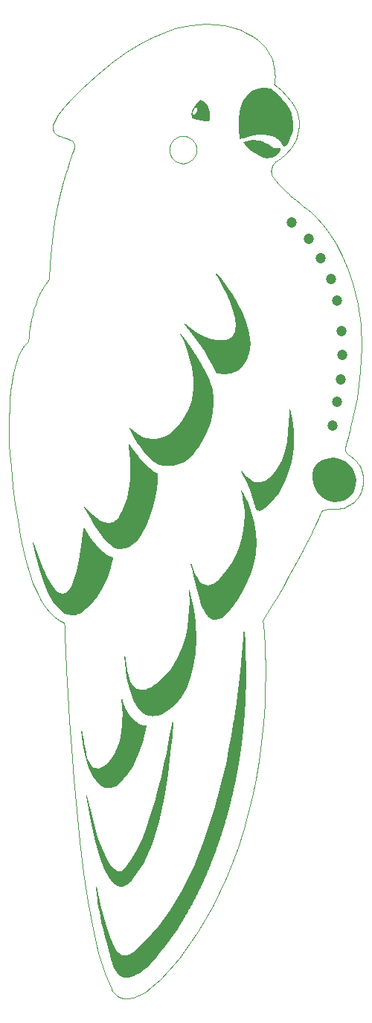
<source format=gbs>
G04 EAGLE Gerber RS-274X export*
G75*
%MOMM*%
%FSLAX34Y34*%
%LPD*%
%INSolder Mask bottom*%
%IPPOS*%
%AMOC8*
5,1,8,0,0,1.08239X$1,22.5*%
G01*
%ADD10C,0.001000*%
%ADD11C,0.654800*%
%ADD12R,0.500000X0.500000*%
%ADD13C,1.200000*%
%ADD14C,3.116000*%

G36*
X164581Y49374D02*
X164581Y49374D01*
X164581Y49375D01*
X167313Y49993D01*
X167314Y49993D01*
X170276Y51067D01*
X170277Y51067D01*
X173484Y52636D01*
X173484Y52637D01*
X176948Y54739D01*
X176949Y54739D01*
X180684Y57414D01*
X184703Y60700D01*
X184703Y60701D01*
X184703Y60700D01*
X189019Y64636D01*
X189151Y64768D01*
X189284Y64900D01*
X189416Y65032D01*
X189548Y65164D01*
X189679Y65296D01*
X189811Y65429D01*
X189941Y65561D01*
X190071Y65694D01*
X190243Y65860D01*
X190415Y66027D01*
X190589Y66196D01*
X190765Y66367D01*
X190941Y66539D01*
X191118Y66714D01*
X191119Y66714D01*
X191297Y66890D01*
X191475Y67069D01*
X191476Y67069D01*
X196436Y72802D01*
X201329Y78760D01*
X206152Y84938D01*
X210901Y91332D01*
X215572Y97935D01*
X220162Y104744D01*
X224668Y111753D01*
X229086Y118956D01*
X230215Y120920D01*
X231345Y122914D01*
X232478Y124936D01*
X233611Y126987D01*
X234746Y129067D01*
X235883Y131175D01*
X237020Y133311D01*
X238159Y135476D01*
X238223Y135605D01*
X238288Y135734D01*
X238354Y135863D01*
X238421Y135992D01*
X238488Y136123D01*
X238555Y136254D01*
X238621Y136386D01*
X238688Y136519D01*
X239044Y137207D01*
X239402Y137899D01*
X239760Y138594D01*
X240119Y139292D01*
X240478Y139994D01*
X240837Y140699D01*
X240837Y140700D01*
X241196Y141409D01*
X241554Y142121D01*
X241563Y142141D01*
X241573Y142162D01*
X241584Y142185D01*
X241596Y142208D01*
X241608Y142232D01*
X241620Y142256D01*
X241632Y142282D01*
X241644Y142307D01*
X241663Y142345D01*
X241683Y142383D01*
X241704Y142422D01*
X241724Y142462D01*
X241745Y142504D01*
X241766Y142547D01*
X241786Y142591D01*
X241786Y142592D01*
X241806Y142638D01*
X242459Y143949D01*
X243113Y145273D01*
X243767Y146610D01*
X244421Y147960D01*
X245075Y149321D01*
X245728Y150693D01*
X246380Y152075D01*
X247032Y153466D01*
X247167Y153757D01*
X247302Y154047D01*
X247437Y154335D01*
X247572Y154624D01*
X247707Y154912D01*
X247842Y155201D01*
X247977Y155490D01*
X248112Y155781D01*
X248404Y156414D01*
X248695Y157048D01*
X248986Y157685D01*
X249276Y158323D01*
X249565Y158962D01*
X249854Y159604D01*
X250141Y160246D01*
X250428Y160890D01*
X250609Y161294D01*
X250790Y161700D01*
X250969Y162107D01*
X251149Y162514D01*
X251328Y162922D01*
X251507Y163331D01*
X251688Y163739D01*
X251869Y164146D01*
X252282Y165092D01*
X252695Y166042D01*
X253108Y166996D01*
X253520Y167955D01*
X253931Y168918D01*
X254341Y169884D01*
X254749Y170855D01*
X255155Y171829D01*
X255403Y172424D01*
X255652Y173020D01*
X255902Y173617D01*
X256151Y174214D01*
X256401Y174812D01*
X256650Y175412D01*
X256899Y176014D01*
X257148Y176617D01*
X257380Y177191D01*
X257611Y177767D01*
X257842Y178346D01*
X258073Y178926D01*
X258304Y179507D01*
X258534Y180087D01*
X258764Y180668D01*
X258993Y181247D01*
X259167Y181689D01*
X259340Y182131D01*
X259514Y182575D01*
X259687Y183020D01*
X259860Y183464D01*
X260032Y183910D01*
X260204Y184355D01*
X260374Y184800D01*
X260435Y184958D01*
X260496Y185117D01*
X260557Y185275D01*
X260619Y185434D01*
X260681Y185592D01*
X260745Y185751D01*
X260809Y185911D01*
X260874Y186071D01*
X261081Y186614D01*
X261288Y187157D01*
X261495Y187700D01*
X261702Y188245D01*
X261909Y188790D01*
X262116Y189335D01*
X262323Y189882D01*
X262530Y190429D01*
X262934Y191512D01*
X263337Y192598D01*
X263739Y193689D01*
X264139Y194783D01*
X264538Y195882D01*
X264936Y196985D01*
X265332Y198093D01*
X265727Y199207D01*
X265883Y199655D01*
X266039Y200105D01*
X266195Y200557D01*
X266350Y201009D01*
X266505Y201461D01*
X266660Y201912D01*
X266814Y202362D01*
X266969Y202810D01*
X267200Y203487D01*
X267432Y204165D01*
X267663Y204845D01*
X267895Y205526D01*
X268125Y206208D01*
X268356Y206891D01*
X268586Y207574D01*
X268815Y208257D01*
X268860Y208395D01*
X268906Y208533D01*
X268953Y208670D01*
X269000Y208808D01*
X269049Y208948D01*
X269098Y209089D01*
X269148Y209233D01*
X269198Y209380D01*
X269365Y209886D01*
X269531Y210392D01*
X269697Y210899D01*
X269862Y211407D01*
X270026Y211915D01*
X270191Y212424D01*
X270355Y212935D01*
X270520Y213446D01*
X270847Y214457D01*
X271172Y215471D01*
X271494Y216487D01*
X271814Y217505D01*
X272133Y218525D01*
X272451Y219548D01*
X272768Y220573D01*
X273086Y221600D01*
X273194Y221961D01*
X273303Y222321D01*
X273413Y222680D01*
X273524Y223038D01*
X273634Y223396D01*
X273744Y223755D01*
X273853Y224114D01*
X273960Y224474D01*
X274320Y225681D01*
X274320Y225682D01*
X274678Y226894D01*
X275034Y228111D01*
X275388Y229332D01*
X275739Y230557D01*
X276087Y231785D01*
X276433Y233017D01*
X276777Y234251D01*
X276903Y234704D01*
X277029Y235158D01*
X277155Y235613D01*
X277280Y236070D01*
X277405Y236527D01*
X277531Y236984D01*
X277657Y237442D01*
X277783Y237899D01*
X278069Y238965D01*
X278355Y240035D01*
X278639Y241107D01*
X278923Y242184D01*
X279205Y243263D01*
X279485Y244346D01*
X279764Y245432D01*
X280041Y246522D01*
X280134Y246876D01*
X280227Y247231D01*
X280319Y247587D01*
X280411Y247943D01*
X280503Y248301D01*
X280594Y248659D01*
X280685Y249017D01*
X280775Y249375D01*
X281123Y250775D01*
X281469Y252179D01*
X281811Y253587D01*
X282150Y255000D01*
X282486Y256417D01*
X282820Y257839D01*
X283152Y259265D01*
X283481Y260695D01*
X283563Y261068D01*
X283645Y261440D01*
X283727Y261812D01*
X283808Y262184D01*
X283890Y262556D01*
X283971Y262928D01*
X284053Y263300D01*
X284136Y263672D01*
X284394Y264840D01*
X284650Y266012D01*
X284904Y267186D01*
X285156Y268364D01*
X285407Y269545D01*
X285656Y270728D01*
X285903Y271915D01*
X286149Y273105D01*
X286235Y273518D01*
X286320Y273930D01*
X286404Y274342D01*
X286487Y274754D01*
X286571Y275167D01*
X286654Y275581D01*
X286737Y275997D01*
X286819Y276416D01*
X286956Y277117D01*
X287091Y277822D01*
X287225Y278528D01*
X287357Y279236D01*
X287489Y279944D01*
X287621Y280653D01*
X287752Y281362D01*
X287884Y282069D01*
X288042Y282900D01*
X288201Y283729D01*
X288359Y284558D01*
X288518Y285388D01*
X288675Y286219D01*
X288830Y287054D01*
X288984Y287892D01*
X289135Y288735D01*
X289167Y288919D01*
X289198Y289102D01*
X289229Y289284D01*
X289259Y289464D01*
X289288Y289644D01*
X289318Y289822D01*
X289347Y289999D01*
X289377Y290175D01*
X289483Y290792D01*
X289586Y291410D01*
X289687Y292029D01*
X289787Y292650D01*
X289885Y293271D01*
X289984Y293891D01*
X290084Y294511D01*
X290185Y295130D01*
X290318Y295943D01*
X290452Y296756D01*
X290587Y297569D01*
X290722Y298383D01*
X290856Y299199D01*
X290989Y300016D01*
X291121Y300835D01*
X291252Y301658D01*
X291315Y302083D01*
X291378Y302509D01*
X291442Y302936D01*
X291506Y303362D01*
X291513Y303412D01*
X291528Y303510D01*
X291529Y303519D01*
X291544Y303616D01*
X291559Y303714D01*
X291560Y303723D01*
X291570Y303789D01*
X291572Y303799D01*
X291586Y303897D01*
X291603Y304007D01*
X291618Y304105D01*
X291635Y304216D01*
X291635Y304217D01*
X291701Y304644D01*
X291767Y305072D01*
X291973Y306503D01*
X292177Y307938D01*
X292379Y309375D01*
X292578Y310816D01*
X292775Y312261D01*
X292969Y313711D01*
X293159Y315166D01*
X293346Y316627D01*
X293374Y316829D01*
X293401Y317033D01*
X293429Y317238D01*
X293456Y317444D01*
X293483Y317652D01*
X293509Y317862D01*
X293535Y318074D01*
X293560Y318287D01*
X293764Y319937D01*
X293962Y321593D01*
X294156Y323255D01*
X294345Y324923D01*
X294528Y326596D01*
X294708Y328274D01*
X294883Y329955D01*
X295053Y331641D01*
X295097Y332065D01*
X295140Y332490D01*
X295182Y332916D01*
X295224Y333341D01*
X295265Y333767D01*
X295305Y334193D01*
X295345Y334619D01*
X295384Y335045D01*
X295424Y335472D01*
X295463Y335901D01*
X295501Y336331D01*
X295537Y336762D01*
X295574Y337192D01*
X295610Y337622D01*
X295647Y338050D01*
X295685Y338476D01*
X295771Y339441D01*
X295858Y340408D01*
X295945Y341376D01*
X296031Y342345D01*
X296115Y343317D01*
X296198Y344291D01*
X296278Y345268D01*
X296354Y346248D01*
X296384Y346630D01*
X296415Y347013D01*
X296447Y347395D01*
X296478Y347777D01*
X296509Y348160D01*
X296539Y348544D01*
X296568Y348929D01*
X296597Y349314D01*
X296647Y350068D01*
X296695Y350825D01*
X296741Y351584D01*
X296785Y352345D01*
X296828Y353105D01*
X296871Y353865D01*
X296913Y354623D01*
X296957Y355378D01*
X297021Y356366D01*
X297085Y357354D01*
X297150Y358342D01*
X297213Y359331D01*
X297275Y360322D01*
X297334Y361317D01*
X297390Y362315D01*
X297443Y363319D01*
X297458Y363655D01*
X297473Y363992D01*
X297486Y364328D01*
X297500Y364664D01*
X297513Y365000D01*
X297526Y365336D01*
X297539Y365670D01*
X297553Y366002D01*
X297581Y366626D01*
X297606Y367251D01*
X297628Y367877D01*
X297649Y368503D01*
X297668Y369129D01*
X297688Y369755D01*
X297707Y370379D01*
X297728Y371001D01*
X297762Y371872D01*
X297795Y372742D01*
X297828Y373613D01*
X297861Y374485D01*
X297892Y375358D01*
X297921Y376233D01*
X297948Y377111D01*
X297971Y377992D01*
X297985Y378468D01*
X297997Y378945D01*
X298009Y379422D01*
X298020Y379900D01*
X298031Y380378D01*
X298041Y380856D01*
X298050Y381335D01*
X298059Y381815D01*
X298086Y383407D01*
X298112Y385001D01*
X298136Y386597D01*
X298157Y388196D01*
X298174Y389798D01*
X298187Y391403D01*
X298196Y393010D01*
X298199Y394621D01*
X298199Y394864D01*
X298198Y395106D01*
X298198Y395348D01*
X298198Y395590D01*
X298197Y395831D01*
X298196Y396073D01*
X298194Y396313D01*
X298192Y396554D01*
X298192Y396672D01*
X298192Y396795D01*
X298191Y396923D01*
X298190Y397055D01*
X298188Y397192D01*
X298185Y397333D01*
X298181Y397479D01*
X298176Y397629D01*
X298176Y398017D01*
X298176Y398152D01*
X298176Y398289D01*
X298175Y398427D01*
X298175Y398569D01*
X298173Y398713D01*
X298172Y398860D01*
X298169Y399010D01*
X298169Y399011D01*
X298167Y399040D01*
X298165Y399065D01*
X298164Y399085D01*
X298163Y399102D01*
X298163Y399117D01*
X298163Y399130D01*
X298163Y399142D01*
X298163Y399165D01*
X298160Y399353D01*
X298158Y399538D01*
X298157Y399721D01*
X298155Y399904D01*
X298154Y400087D01*
X298152Y400271D01*
X298150Y400459D01*
X298147Y400650D01*
X298145Y400691D01*
X298143Y400732D01*
X298142Y400772D01*
X298141Y400811D01*
X298140Y400850D01*
X298140Y400888D01*
X298140Y400926D01*
X298140Y400964D01*
X298137Y401155D01*
X298135Y401348D01*
X298132Y401542D01*
X298129Y401737D01*
X298125Y401933D01*
X298121Y402131D01*
X298116Y402330D01*
X298111Y402531D01*
X298111Y402571D01*
X298111Y402612D01*
X298110Y402656D01*
X298110Y402701D01*
X298109Y402748D01*
X298108Y402797D01*
X298106Y402848D01*
X298104Y402900D01*
X298101Y403084D01*
X298098Y403274D01*
X298094Y403469D01*
X298091Y403670D01*
X298088Y403874D01*
X298084Y404081D01*
X298080Y404290D01*
X298075Y404502D01*
X298072Y404576D01*
X298070Y404653D01*
X298068Y404732D01*
X298067Y404813D01*
X298066Y404895D01*
X298066Y404978D01*
X298066Y405063D01*
X298066Y405149D01*
X298058Y405698D01*
X298049Y406257D01*
X298039Y406828D01*
X298029Y407409D01*
X298017Y408002D01*
X298005Y408606D01*
X297992Y409220D01*
X297978Y409845D01*
X297976Y409899D01*
X297974Y409956D01*
X297973Y410015D01*
X297971Y410075D01*
X297970Y410137D01*
X297968Y410201D01*
X297967Y410265D01*
X297964Y410331D01*
X297953Y410959D01*
X297941Y411598D01*
X297928Y412247D01*
X297914Y412905D01*
X297900Y413571D01*
X297885Y414246D01*
X297870Y414927D01*
X297854Y415616D01*
X297848Y415940D01*
X297843Y416271D01*
X297837Y416604D01*
X297831Y416938D01*
X297825Y417273D01*
X297818Y417609D01*
X297810Y417946D01*
X297802Y418285D01*
X297799Y418375D01*
X297796Y418465D01*
X297793Y418554D01*
X297791Y418642D01*
X297788Y418731D01*
X297785Y418819D01*
X297783Y418909D01*
X297780Y418999D01*
X297749Y420496D01*
X297718Y422014D01*
X297686Y423551D01*
X297653Y425105D01*
X297620Y426673D01*
X297586Y428253D01*
X297551Y429842D01*
X297515Y431439D01*
X297419Y433065D01*
X297341Y434432D01*
X297270Y435639D01*
X297197Y436782D01*
X297113Y437961D01*
X297007Y439272D01*
X296869Y440814D01*
X296691Y442684D01*
X296667Y442802D01*
X296667Y442803D01*
X296622Y442911D01*
X296622Y442912D01*
X296560Y443009D01*
X296559Y443010D01*
X296481Y443095D01*
X296389Y443164D01*
X296388Y443164D01*
X296388Y443165D01*
X296284Y443217D01*
X296170Y443250D01*
X296169Y443250D01*
X296048Y443261D01*
X295927Y443248D01*
X295926Y443247D01*
X295813Y443213D01*
X295812Y443213D01*
X295709Y443159D01*
X295708Y443159D01*
X295617Y443088D01*
X295540Y443002D01*
X295540Y443001D01*
X295480Y442902D01*
X295479Y442902D01*
X295439Y442791D01*
X295438Y442790D01*
X295419Y442670D01*
X295054Y438076D01*
X294689Y433481D01*
X294324Y428887D01*
X293960Y424292D01*
X293595Y419698D01*
X293230Y415103D01*
X292865Y410509D01*
X292500Y405914D01*
X290229Y384019D01*
X287439Y362622D01*
X287431Y362569D01*
X287426Y362535D01*
X287421Y362501D01*
X287416Y362467D01*
X287411Y362433D01*
X287410Y362433D01*
X287357Y362080D01*
X287352Y362046D01*
X287347Y362012D01*
X287342Y361978D01*
X287336Y361944D01*
X287283Y361592D01*
X287278Y361558D01*
X287273Y361524D01*
X287267Y361490D01*
X287262Y361456D01*
X287209Y361103D01*
X287204Y361069D01*
X287198Y361035D01*
X287193Y361001D01*
X287188Y360967D01*
X287135Y360614D01*
X287129Y360580D01*
X287124Y360546D01*
X287119Y360512D01*
X287114Y360478D01*
X287061Y360125D01*
X287060Y360125D01*
X287055Y360091D01*
X287050Y360057D01*
X287045Y360023D01*
X287040Y359989D01*
X286986Y359637D01*
X286981Y359603D01*
X286976Y359569D01*
X286971Y359535D01*
X286966Y359501D01*
X286912Y359148D01*
X286907Y359114D01*
X286902Y359080D01*
X286897Y359046D01*
X286892Y359012D01*
X286838Y358659D01*
X286833Y358625D01*
X286828Y358591D01*
X286823Y358557D01*
X286818Y358523D01*
X286817Y358523D01*
X286764Y358170D01*
X286759Y358136D01*
X286754Y358102D01*
X286749Y358068D01*
X286743Y358034D01*
X286690Y357682D01*
X286685Y357648D01*
X286680Y357614D01*
X286674Y357580D01*
X286669Y357546D01*
X286616Y357193D01*
X286611Y357159D01*
X286605Y357125D01*
X286600Y357091D01*
X286595Y357057D01*
X286542Y356704D01*
X286536Y356670D01*
X286531Y356636D01*
X286526Y356602D01*
X286521Y356568D01*
X286468Y356215D01*
X286467Y356215D01*
X286462Y356181D01*
X286457Y356147D01*
X286452Y356113D01*
X286447Y356079D01*
X286393Y355727D01*
X286388Y355693D01*
X286383Y355659D01*
X286378Y355625D01*
X286373Y355591D01*
X286319Y355238D01*
X286314Y355204D01*
X286309Y355170D01*
X286304Y355136D01*
X286299Y355102D01*
X286245Y354749D01*
X286240Y354715D01*
X286235Y354681D01*
X286230Y354647D01*
X286225Y354613D01*
X286224Y354613D01*
X286171Y354260D01*
X286166Y354226D01*
X286161Y354192D01*
X286156Y354158D01*
X286150Y354124D01*
X286097Y353772D01*
X286092Y353738D01*
X286087Y353704D01*
X286081Y353670D01*
X286076Y353636D01*
X286028Y353317D01*
X286023Y353283D01*
X286018Y353249D01*
X286012Y353215D01*
X286007Y353181D01*
X286002Y353147D01*
X285954Y352828D01*
X285949Y352794D01*
X285943Y352760D01*
X285938Y352726D01*
X285933Y352692D01*
X285928Y352658D01*
X285880Y352339D01*
X285875Y352305D01*
X285874Y352305D01*
X285869Y352271D01*
X285864Y352237D01*
X285859Y352203D01*
X285854Y352169D01*
X285806Y351851D01*
X285800Y351817D01*
X285795Y351783D01*
X285790Y351749D01*
X285785Y351715D01*
X285780Y351681D01*
X285731Y351362D01*
X285726Y351328D01*
X285721Y351294D01*
X285716Y351260D01*
X285711Y351226D01*
X285706Y351192D01*
X285657Y350873D01*
X285652Y350839D01*
X285647Y350805D01*
X285642Y350771D01*
X285637Y350737D01*
X285632Y350703D01*
X285631Y350703D01*
X285583Y350384D01*
X285578Y350350D01*
X285573Y350316D01*
X285568Y350282D01*
X285563Y350248D01*
X285557Y350214D01*
X285509Y349896D01*
X285504Y349862D01*
X285499Y349828D01*
X285494Y349794D01*
X285488Y349760D01*
X285483Y349726D01*
X285435Y349407D01*
X285430Y349373D01*
X285425Y349339D01*
X285419Y349305D01*
X285414Y349271D01*
X285409Y349237D01*
X285361Y348918D01*
X285356Y348884D01*
X285350Y348850D01*
X285345Y348816D01*
X285340Y348782D01*
X285335Y348748D01*
X285287Y348429D01*
X285282Y348395D01*
X285281Y348395D01*
X285276Y348361D01*
X285271Y348327D01*
X285266Y348293D01*
X285261Y348259D01*
X285213Y347941D01*
X285207Y347907D01*
X285202Y347873D01*
X285197Y347839D01*
X285192Y347805D01*
X285138Y347452D01*
X285133Y347418D01*
X285128Y347384D01*
X285123Y347350D01*
X285118Y347316D01*
X285064Y346963D01*
X285059Y346929D01*
X285054Y346895D01*
X285049Y346861D01*
X285044Y346827D01*
X284990Y346474D01*
X284985Y346440D01*
X284980Y346406D01*
X284975Y346372D01*
X284970Y346338D01*
X284916Y345986D01*
X284911Y345952D01*
X284906Y345918D01*
X284901Y345884D01*
X284895Y345850D01*
X284842Y345497D01*
X284837Y345463D01*
X284832Y345429D01*
X284826Y345395D01*
X284821Y345361D01*
X284768Y345008D01*
X284763Y344974D01*
X284757Y344940D01*
X284752Y344906D01*
X284747Y344872D01*
X284694Y344519D01*
X284689Y344485D01*
X284688Y344485D01*
X284683Y344451D01*
X284678Y344417D01*
X284673Y344383D01*
X284620Y344031D01*
X284614Y343997D01*
X284609Y343963D01*
X284604Y343929D01*
X284599Y343895D01*
X284545Y343542D01*
X284540Y343508D01*
X284535Y343474D01*
X284530Y343440D01*
X284525Y343406D01*
X284471Y343053D01*
X284466Y343019D01*
X284461Y342985D01*
X284456Y342951D01*
X284451Y342917D01*
X284397Y342564D01*
X284392Y342530D01*
X284387Y342496D01*
X284383Y342469D01*
X281313Y324303D01*
X278485Y308868D01*
X276150Y296909D01*
X274562Y289168D01*
X273975Y286391D01*
X262954Y244075D01*
X251234Y207421D01*
X238871Y175928D01*
X225921Y149096D01*
X212441Y126421D01*
X198486Y107406D01*
X184113Y91547D01*
X169378Y78344D01*
X168321Y77651D01*
X167306Y77030D01*
X166331Y76480D01*
X165397Y75999D01*
X164502Y75584D01*
X163646Y75234D01*
X162829Y74947D01*
X162050Y74721D01*
X161792Y74678D01*
X161530Y74640D01*
X161265Y74605D01*
X160997Y74575D01*
X160727Y74551D01*
X160454Y74533D01*
X160180Y74521D01*
X159905Y74517D01*
X157042Y74989D01*
X153908Y76936D01*
X150482Y80941D01*
X146747Y87586D01*
X142683Y97454D01*
X138271Y111126D01*
X133491Y129184D01*
X128326Y152211D01*
X128326Y152212D01*
X128287Y152332D01*
X128287Y152333D01*
X128228Y152440D01*
X128228Y152441D01*
X128152Y152533D01*
X128151Y152533D01*
X128151Y152534D01*
X128060Y152609D01*
X128059Y152609D01*
X128059Y152610D01*
X127956Y152667D01*
X127955Y152667D01*
X127955Y152668D01*
X127842Y152705D01*
X127841Y152705D01*
X127721Y152721D01*
X127720Y152721D01*
X127595Y152714D01*
X127594Y152714D01*
X127475Y152681D01*
X127474Y152680D01*
X127366Y152626D01*
X127365Y152626D01*
X127270Y152553D01*
X127190Y152464D01*
X127128Y152362D01*
X127127Y152362D01*
X127085Y152250D01*
X127085Y152249D01*
X127065Y152129D01*
X127065Y152128D01*
X127069Y152004D01*
X127069Y152003D01*
X127116Y151612D01*
X127163Y151219D01*
X127212Y150827D01*
X127261Y150435D01*
X127311Y150043D01*
X127362Y149651D01*
X127413Y149261D01*
X127465Y148872D01*
X127465Y148871D01*
X127796Y146638D01*
X128229Y143515D01*
X128777Y139612D01*
X129450Y135043D01*
X130261Y129918D01*
X130261Y129917D01*
X131222Y124348D01*
X132344Y118447D01*
X133640Y112326D01*
X133641Y112325D01*
X133640Y112325D01*
X135614Y103865D01*
X137682Y95538D01*
X139736Y87650D01*
X141664Y80508D01*
X143356Y74419D01*
X144701Y69689D01*
X145590Y66625D01*
X145910Y65534D01*
X146721Y63163D01*
X147771Y60532D01*
X147771Y60531D01*
X149114Y57816D01*
X149114Y57815D01*
X150802Y55193D01*
X150803Y55193D01*
X150803Y55192D01*
X152889Y52840D01*
X152889Y52839D01*
X155426Y50934D01*
X155427Y50934D01*
X158468Y49653D01*
X158469Y49653D01*
X162066Y49174D01*
X162067Y49174D01*
X164581Y49374D01*
G37*
G36*
X212359Y631536D02*
X212359Y631536D01*
X212360Y631537D01*
X212360Y631536D01*
X215083Y631863D01*
X215084Y631863D01*
X217762Y632397D01*
X220391Y633130D01*
X220391Y633131D01*
X220392Y633131D01*
X222969Y634056D01*
X222970Y634056D01*
X225493Y635166D01*
X227958Y636451D01*
X230362Y637905D01*
X230364Y637906D01*
X230366Y637907D01*
X230367Y637907D01*
X230369Y637908D01*
X230373Y637910D01*
X230374Y637911D01*
X230375Y637911D01*
X230376Y637912D01*
X230377Y637912D01*
X230781Y638206D01*
X231187Y638504D01*
X231592Y638808D01*
X231998Y639118D01*
X232403Y639433D01*
X232809Y639755D01*
X233214Y640084D01*
X233619Y640420D01*
X233620Y640420D01*
X233655Y640447D01*
X233689Y640473D01*
X233722Y640500D01*
X233755Y640526D01*
X233787Y640552D01*
X233818Y640578D01*
X233849Y640604D01*
X233879Y640629D01*
X234306Y640989D01*
X234733Y641356D01*
X235161Y641730D01*
X235589Y642113D01*
X236017Y642503D01*
X236447Y642902D01*
X236447Y642903D01*
X236877Y643311D01*
X237309Y643728D01*
X238365Y644967D01*
X238366Y644967D01*
X241110Y648468D01*
X244979Y653999D01*
X249410Y661332D01*
X253838Y670237D01*
X257701Y680483D01*
X257701Y680484D01*
X257702Y680484D01*
X260435Y691842D01*
X260436Y691843D01*
X261477Y704083D01*
X261477Y704084D01*
X261391Y707541D01*
X261125Y711041D01*
X261125Y711042D01*
X260668Y714580D01*
X260009Y718152D01*
X260008Y718152D01*
X260009Y718152D01*
X259135Y721751D01*
X259135Y721752D01*
X258035Y725374D01*
X256699Y729015D01*
X255114Y732669D01*
X255112Y732673D01*
X255105Y732690D01*
X255094Y732716D01*
X255080Y732750D01*
X255061Y732793D01*
X255039Y732842D01*
X255014Y732898D01*
X255014Y732899D01*
X254994Y732937D01*
X254984Y732956D01*
X254974Y732975D01*
X254964Y732994D01*
X254954Y733012D01*
X254944Y733031D01*
X254935Y733050D01*
X254920Y733086D01*
X254900Y733136D01*
X254873Y733197D01*
X254841Y733270D01*
X254803Y733354D01*
X254760Y733448D01*
X254713Y733551D01*
X254661Y733663D01*
X254598Y733800D01*
X254533Y733940D01*
X254467Y734085D01*
X254398Y734233D01*
X254326Y734386D01*
X254251Y734544D01*
X254173Y734706D01*
X254091Y734874D01*
X254089Y734878D01*
X254087Y734881D01*
X254086Y734885D01*
X254085Y734885D01*
X254084Y734888D01*
X254082Y734892D01*
X254079Y734899D01*
X254077Y734902D01*
X253987Y735094D01*
X253896Y735287D01*
X253802Y735482D01*
X253707Y735680D01*
X253609Y735882D01*
X253509Y736089D01*
X253405Y736302D01*
X253298Y736523D01*
X253290Y736537D01*
X253282Y736552D01*
X253274Y736566D01*
X253266Y736581D01*
X253250Y736609D01*
X253242Y736624D01*
X253235Y736638D01*
X253127Y736857D01*
X253014Y737084D01*
X252897Y737320D01*
X252776Y737563D01*
X252650Y737814D01*
X252520Y738072D01*
X252386Y738336D01*
X252247Y738605D01*
X252242Y738616D01*
X252237Y738627D01*
X252231Y738638D01*
X252226Y738649D01*
X252221Y738660D01*
X252215Y738671D01*
X252204Y738693D01*
X252062Y738971D01*
X251917Y739252D01*
X251770Y739539D01*
X251619Y739830D01*
X251466Y740126D01*
X251309Y740428D01*
X251150Y740735D01*
X250986Y741048D01*
X250964Y741085D01*
X250945Y741116D01*
X250930Y741140D01*
X250918Y741158D01*
X250909Y741171D01*
X250903Y741180D01*
X250899Y741185D01*
X250899Y741186D01*
X250730Y741506D01*
X250558Y741830D01*
X250384Y742158D01*
X250206Y742490D01*
X250024Y742826D01*
X249840Y743166D01*
X249651Y743510D01*
X249459Y743859D01*
X249449Y743879D01*
X249439Y743901D01*
X249438Y743901D01*
X249426Y743925D01*
X249413Y743951D01*
X249399Y743977D01*
X249385Y744003D01*
X249371Y744029D01*
X249357Y744054D01*
X249163Y744405D01*
X248966Y744762D01*
X248766Y745125D01*
X248562Y745493D01*
X248354Y745866D01*
X248142Y746243D01*
X247926Y746624D01*
X247707Y747008D01*
X247690Y747040D01*
X247674Y747072D01*
X247657Y747103D01*
X247640Y747132D01*
X247625Y747159D01*
X247610Y747184D01*
X247596Y747205D01*
X247596Y747206D01*
X247584Y747223D01*
X247359Y747619D01*
X247133Y748018D01*
X246904Y748419D01*
X246672Y748823D01*
X246438Y749230D01*
X246200Y749640D01*
X245958Y750052D01*
X245712Y750467D01*
X245690Y750507D01*
X245667Y750546D01*
X245644Y750585D01*
X245621Y750624D01*
X245597Y750662D01*
X245573Y750700D01*
X245549Y750738D01*
X245524Y750776D01*
X245279Y751192D01*
X245029Y751614D01*
X244775Y752040D01*
X244518Y752471D01*
X244258Y752905D01*
X243995Y753342D01*
X243731Y753780D01*
X243464Y754220D01*
X243464Y754221D01*
X243434Y754270D01*
X243405Y754318D01*
X243376Y754363D01*
X243348Y754407D01*
X243321Y754449D01*
X243295Y754489D01*
X243270Y754528D01*
X243247Y754567D01*
X242972Y755015D01*
X242694Y755467D01*
X242411Y755924D01*
X242125Y756384D01*
X241836Y756847D01*
X241543Y757314D01*
X241248Y757783D01*
X240949Y758255D01*
X240916Y758308D01*
X240884Y758358D01*
X240852Y758407D01*
X240820Y758454D01*
X240789Y758499D01*
X240759Y758543D01*
X240731Y758587D01*
X240703Y758630D01*
X240403Y759105D01*
X240098Y759584D01*
X239789Y760066D01*
X239476Y760551D01*
X239159Y761040D01*
X238838Y761532D01*
X238515Y762026D01*
X238190Y762522D01*
X238154Y762573D01*
X238120Y762623D01*
X238086Y762673D01*
X238053Y762722D01*
X238020Y762772D01*
X237987Y762821D01*
X237955Y762869D01*
X237923Y762918D01*
X237588Y763420D01*
X237250Y763925D01*
X236908Y764434D01*
X236563Y764946D01*
X236215Y765459D01*
X235865Y765975D01*
X235512Y766492D01*
X235156Y767011D01*
X235121Y767064D01*
X235085Y767117D01*
X235050Y767169D01*
X235015Y767222D01*
X234980Y767273D01*
X234980Y767274D01*
X234944Y767325D01*
X234909Y767377D01*
X234874Y767428D01*
X234873Y767428D01*
X234507Y767958D01*
X234137Y768490D01*
X233763Y769023D01*
X233386Y769558D01*
X233007Y770094D01*
X232625Y770633D01*
X232241Y771173D01*
X231856Y771715D01*
X231818Y771767D01*
X231780Y771819D01*
X231743Y771872D01*
X231705Y771926D01*
X231666Y771980D01*
X231625Y772035D01*
X231583Y772091D01*
X231539Y772148D01*
X231141Y772701D01*
X230739Y773257D01*
X230332Y773816D01*
X229921Y774378D01*
X229505Y774943D01*
X229086Y775510D01*
X228664Y776080D01*
X228238Y776652D01*
X228208Y776693D01*
X228177Y776735D01*
X228145Y776778D01*
X228111Y776823D01*
X228076Y776869D01*
X228039Y776916D01*
X227999Y776964D01*
X227958Y777012D01*
X227865Y777136D01*
X227772Y777259D01*
X227679Y777383D01*
X227586Y777508D01*
X227492Y777632D01*
X227398Y777757D01*
X227304Y777881D01*
X227210Y778006D01*
X227203Y778017D01*
X227195Y778027D01*
X227188Y778038D01*
X227180Y778049D01*
X227172Y778059D01*
X227163Y778070D01*
X227155Y778080D01*
X227146Y778090D01*
X226759Y778599D01*
X226310Y779184D01*
X225836Y779799D01*
X225370Y780402D01*
X224947Y780947D01*
X224602Y781392D01*
X224369Y781691D01*
X224283Y781801D01*
X224283Y781802D01*
X224282Y781802D01*
X224281Y781803D01*
X224280Y781805D01*
X224278Y781807D01*
X224276Y781808D01*
X224276Y781809D01*
X224275Y781810D01*
X224273Y781812D01*
X224273Y781813D01*
X224271Y781814D01*
X224269Y781816D01*
X224268Y781818D01*
X224261Y781825D01*
X224255Y781832D01*
X224249Y781839D01*
X224243Y781847D01*
X224236Y781854D01*
X224230Y781861D01*
X224224Y781868D01*
X224218Y781875D01*
X224216Y781875D01*
X224215Y781876D01*
X224212Y781877D01*
X224208Y781879D01*
X224204Y781881D01*
X224199Y781883D01*
X224194Y781885D01*
X224190Y781887D01*
X224187Y781889D01*
X224184Y781898D01*
X224178Y781911D01*
X224177Y781912D01*
X224163Y781928D01*
X224162Y781928D01*
X224162Y781929D01*
X224134Y781948D01*
X224133Y781948D01*
X224086Y781969D01*
X224086Y781970D01*
X224014Y781994D01*
X223913Y782021D01*
X223912Y782021D01*
X223776Y782050D01*
X223775Y782050D01*
X223712Y782047D01*
X223650Y782037D01*
X223589Y782021D01*
X223530Y782000D01*
X223530Y781999D01*
X223474Y781972D01*
X223473Y781972D01*
X223420Y781940D01*
X223370Y781903D01*
X223324Y781862D01*
X223324Y781861D01*
X223319Y781855D01*
X223316Y781848D01*
X223314Y781841D01*
X223313Y781841D01*
X223312Y781833D01*
X223310Y781827D01*
X223308Y781820D01*
X223306Y781814D01*
X223302Y781809D01*
X223259Y781764D01*
X223221Y781715D01*
X223220Y781715D01*
X223187Y781662D01*
X223158Y781606D01*
X223158Y781605D01*
X223135Y781546D01*
X223118Y781484D01*
X223108Y781419D01*
X223104Y781352D01*
X223110Y781273D01*
X223126Y781199D01*
X223127Y781199D01*
X223153Y781130D01*
X223188Y781066D01*
X223189Y781066D01*
X223231Y781007D01*
X223232Y781007D01*
X223281Y780953D01*
X223282Y780953D01*
X223282Y780952D01*
X223337Y780903D01*
X223397Y780858D01*
X223505Y780719D01*
X223644Y780539D01*
X223810Y780325D01*
X223997Y780084D01*
X224201Y779819D01*
X224418Y779539D01*
X224642Y779248D01*
X224869Y778953D01*
X225084Y778642D01*
X225358Y778197D01*
X225667Y777664D01*
X225989Y777083D01*
X226301Y776500D01*
X226580Y775955D01*
X226803Y775494D01*
X226948Y775158D01*
X229336Y768663D01*
X231533Y762222D01*
X233500Y755833D01*
X235197Y749496D01*
X236586Y743210D01*
X237626Y736974D01*
X238279Y730787D01*
X238506Y724647D01*
X238275Y718676D01*
X237565Y712747D01*
X236336Y706857D01*
X234551Y701004D01*
X232172Y695184D01*
X229160Y689395D01*
X225479Y683635D01*
X221090Y677900D01*
X217402Y673825D01*
X213746Y670459D01*
X210131Y667751D01*
X206572Y665650D01*
X203080Y664104D01*
X199667Y663063D01*
X196346Y662475D01*
X193129Y662289D01*
X190280Y662428D01*
X187535Y662832D01*
X184907Y663463D01*
X182405Y664283D01*
X180040Y665254D01*
X177824Y666338D01*
X175767Y667497D01*
X173879Y668694D01*
X172177Y669889D01*
X170665Y671047D01*
X169355Y672128D01*
X168257Y673097D01*
X167382Y673915D01*
X166741Y674545D01*
X166345Y674950D01*
X166206Y675091D01*
X166205Y675091D01*
X166118Y675171D01*
X166118Y675172D01*
X166020Y675233D01*
X166019Y675233D01*
X165914Y675276D01*
X165913Y675276D01*
X165802Y675299D01*
X165689Y675303D01*
X165688Y675303D01*
X165576Y675287D01*
X165467Y675251D01*
X165467Y675250D01*
X165365Y675193D01*
X165364Y675193D01*
X165275Y675120D01*
X165275Y675119D01*
X165274Y675119D01*
X165201Y675032D01*
X165145Y674934D01*
X165145Y674933D01*
X165107Y674827D01*
X165088Y674716D01*
X165089Y674715D01*
X165088Y674715D01*
X165089Y674602D01*
X165090Y674602D01*
X165089Y674601D01*
X165111Y674489D01*
X165112Y674489D01*
X165111Y674488D01*
X165155Y674380D01*
X169848Y665674D01*
X169848Y665673D01*
X174183Y658473D01*
X174184Y658473D01*
X178146Y652607D01*
X181719Y647904D01*
X184887Y644193D01*
X187632Y641303D01*
X187633Y641303D01*
X187633Y641302D01*
X189940Y639062D01*
X191793Y637299D01*
X191801Y637293D01*
X191808Y637286D01*
X191815Y637280D01*
X191823Y637274D01*
X191830Y637268D01*
X191837Y637262D01*
X191845Y637255D01*
X191852Y637249D01*
X192067Y637094D01*
X192279Y636942D01*
X192491Y636792D01*
X192701Y636646D01*
X192702Y636646D01*
X192912Y636502D01*
X193124Y636360D01*
X193337Y636220D01*
X193553Y636081D01*
X193582Y636062D01*
X193611Y636043D01*
X193639Y636025D01*
X193666Y636007D01*
X193693Y635989D01*
X193718Y635971D01*
X193743Y635954D01*
X193768Y635938D01*
X193976Y635807D01*
X194182Y635678D01*
X194388Y635552D01*
X194593Y635427D01*
X194797Y635304D01*
X195002Y635183D01*
X195206Y635063D01*
X195411Y634944D01*
X195447Y634924D01*
X195481Y634904D01*
X195516Y634883D01*
X195552Y634862D01*
X195588Y634840D01*
X195626Y634817D01*
X195665Y634794D01*
X195707Y634770D01*
X195943Y634641D01*
X196178Y634513D01*
X196414Y634387D01*
X196651Y634263D01*
X196888Y634140D01*
X197127Y634019D01*
X197368Y633900D01*
X197609Y633783D01*
X197622Y633776D01*
X197635Y633770D01*
X197648Y633764D01*
X197660Y633758D01*
X197673Y633751D01*
X197698Y633739D01*
X197711Y633733D01*
X197984Y633604D01*
X198257Y633477D01*
X198532Y633353D01*
X198808Y633231D01*
X199086Y633113D01*
X199086Y633112D01*
X199367Y632996D01*
X199650Y632883D01*
X199937Y632773D01*
X199938Y632773D01*
X201173Y632452D01*
X202400Y632176D01*
X202400Y632177D01*
X202400Y632176D01*
X203618Y631945D01*
X204828Y631756D01*
X206030Y631611D01*
X207225Y631508D01*
X208412Y631446D01*
X208413Y631446D01*
X209593Y631426D01*
X209594Y631426D01*
X212359Y631536D01*
G37*
G36*
X155575Y536855D02*
X155575Y536855D01*
X160635Y537566D01*
X160635Y537567D01*
X160636Y537567D01*
X165182Y539394D01*
X165183Y539394D01*
X169168Y541965D01*
X172542Y544906D01*
X175256Y547844D01*
X175256Y547845D01*
X177261Y550408D01*
X178509Y552224D01*
X178950Y552919D01*
X178949Y552919D01*
X178950Y552919D01*
X184964Y563814D01*
X184963Y563815D01*
X184964Y563815D01*
X189538Y574929D01*
X189538Y574930D01*
X192870Y585830D01*
X192870Y585831D01*
X195155Y596085D01*
X195156Y596085D01*
X196591Y605260D01*
X197375Y612922D01*
X197374Y612922D01*
X197375Y612922D01*
X197702Y618638D01*
X197769Y621975D01*
X197769Y622133D01*
X197768Y622271D01*
X197766Y622389D01*
X197765Y622487D01*
X197763Y622563D01*
X197762Y622618D01*
X197761Y622651D01*
X197760Y622662D01*
X197760Y622663D01*
X197752Y622763D01*
X197752Y622764D01*
X197728Y622860D01*
X197728Y622861D01*
X197689Y622951D01*
X197638Y623034D01*
X197637Y623034D01*
X197574Y623107D01*
X197574Y623108D01*
X197500Y623171D01*
X197417Y623221D01*
X197416Y623221D01*
X197416Y623222D01*
X197325Y623259D01*
X197176Y623313D01*
X196742Y623490D01*
X196032Y623823D01*
X195053Y624343D01*
X193812Y625082D01*
X192316Y626071D01*
X190571Y627341D01*
X188586Y628925D01*
X186374Y630850D01*
X183948Y633147D01*
X181318Y635847D01*
X178496Y638980D01*
X175491Y642575D01*
X172314Y646665D01*
X168977Y651278D01*
X165490Y656445D01*
X165489Y656446D01*
X165420Y656534D01*
X165339Y656607D01*
X165249Y656665D01*
X165152Y656707D01*
X165151Y656707D01*
X165049Y656732D01*
X164944Y656740D01*
X164943Y656739D01*
X164943Y656740D01*
X164837Y656729D01*
X164732Y656701D01*
X164732Y656700D01*
X164731Y656700D01*
X164631Y656652D01*
X164631Y656651D01*
X164543Y656589D01*
X164543Y656588D01*
X164542Y656588D01*
X164467Y656513D01*
X164467Y656512D01*
X164466Y656512D01*
X164405Y656426D01*
X164358Y656331D01*
X164358Y656330D01*
X164327Y656229D01*
X164327Y656228D01*
X164313Y656121D01*
X164317Y656010D01*
X164863Y651900D01*
X165326Y647925D01*
X165709Y644082D01*
X166016Y640367D01*
X166249Y636780D01*
X166411Y633317D01*
X166507Y629976D01*
X166538Y626753D01*
X166233Y617114D01*
X165394Y608607D01*
X164123Y601141D01*
X162522Y594626D01*
X160694Y588972D01*
X158741Y584087D01*
X156765Y579880D01*
X154870Y576261D01*
X153374Y573798D01*
X151823Y571752D01*
X150224Y570093D01*
X148583Y568795D01*
X146905Y567832D01*
X145197Y567176D01*
X143466Y566800D01*
X141717Y566677D01*
X136974Y567441D01*
X132276Y569521D01*
X127802Y572485D01*
X123730Y575899D01*
X120241Y579331D01*
X117511Y582348D01*
X115722Y584517D01*
X115051Y585404D01*
X115051Y585405D01*
X114968Y585496D01*
X114967Y585496D01*
X114871Y585568D01*
X114870Y585568D01*
X114765Y585620D01*
X114764Y585620D01*
X114652Y585651D01*
X114651Y585651D01*
X114535Y585661D01*
X114418Y585650D01*
X114418Y585649D01*
X114417Y585649D01*
X114303Y585616D01*
X114303Y585615D01*
X114302Y585615D01*
X114193Y585559D01*
X114098Y585483D01*
X114098Y585482D01*
X114097Y585482D01*
X114019Y585392D01*
X113960Y585291D01*
X113960Y585290D01*
X113959Y585290D01*
X113919Y585181D01*
X113920Y585181D01*
X113919Y585181D01*
X113900Y585067D01*
X113900Y585066D01*
X113902Y584950D01*
X113902Y584949D01*
X113926Y584834D01*
X113927Y584833D01*
X113926Y584833D01*
X113974Y584721D01*
X113975Y584721D01*
X113982Y584708D01*
X113989Y584694D01*
X114003Y584667D01*
X114010Y584653D01*
X114017Y584640D01*
X114024Y584626D01*
X114031Y584613D01*
X117427Y578369D01*
X121078Y571841D01*
X124967Y565250D01*
X124968Y565250D01*
X124968Y565249D01*
X129082Y558813D01*
X133406Y552752D01*
X137925Y547285D01*
X137926Y547285D01*
X137926Y547284D01*
X142625Y542631D01*
X147490Y539010D01*
X148088Y538684D01*
X148679Y538383D01*
X148680Y538383D01*
X149264Y538110D01*
X149842Y537865D01*
X150413Y537650D01*
X150414Y537650D01*
X150979Y537464D01*
X150980Y537464D01*
X151540Y537309D01*
X152095Y537187D01*
X152096Y537187D01*
X152539Y537108D01*
X152980Y537041D01*
X152980Y537040D01*
X153419Y536983D01*
X153854Y536937D01*
X154288Y536901D01*
X154719Y536875D01*
X155147Y536860D01*
X155148Y536860D01*
X155574Y536855D01*
X155575Y536855D01*
G37*
G36*
X263253Y456178D02*
X263253Y456178D01*
X263254Y456177D01*
X270450Y458435D01*
X270451Y458436D01*
X270452Y458436D01*
X277484Y464190D01*
X284109Y472271D01*
X290084Y481508D01*
X295167Y490730D01*
X299114Y498769D01*
X301685Y504454D01*
X302635Y506614D01*
X302885Y507272D01*
X303130Y507928D01*
X303371Y508584D01*
X303607Y509240D01*
X303839Y509894D01*
X304067Y510549D01*
X304292Y511202D01*
X304513Y511855D01*
X304529Y511903D01*
X304542Y511947D01*
X304554Y511989D01*
X304565Y512028D01*
X304575Y512063D01*
X304584Y512094D01*
X304593Y512122D01*
X304601Y512146D01*
X304652Y512305D01*
X304702Y512461D01*
X304751Y512616D01*
X304799Y512768D01*
X304847Y512919D01*
X304895Y513069D01*
X304943Y513217D01*
X304992Y513364D01*
X305143Y513842D01*
X305293Y514321D01*
X305440Y514799D01*
X305585Y515276D01*
X305728Y515754D01*
X305869Y516231D01*
X306008Y516708D01*
X306145Y517184D01*
X306178Y517306D01*
X306211Y517426D01*
X306245Y517546D01*
X306278Y517666D01*
X306311Y517785D01*
X306344Y517905D01*
X306376Y518026D01*
X306407Y518147D01*
X306431Y518233D01*
X306458Y518323D01*
X306486Y518415D01*
X306514Y518510D01*
X306543Y518608D01*
X306571Y518709D01*
X306598Y518812D01*
X306623Y518917D01*
X306755Y519418D01*
X306884Y519920D01*
X307010Y520423D01*
X307134Y520928D01*
X307255Y521433D01*
X307373Y521940D01*
X307489Y522447D01*
X307602Y522955D01*
X307728Y523531D01*
X307851Y524108D01*
X307970Y524684D01*
X308086Y525261D01*
X308200Y525838D01*
X308310Y526416D01*
X308417Y526994D01*
X308522Y527573D01*
X308524Y527584D01*
X308526Y527595D01*
X308528Y527606D01*
X308530Y527616D01*
X308532Y527627D01*
X308534Y527638D01*
X308533Y527638D01*
X308534Y527638D01*
X308535Y527649D01*
X308537Y527659D01*
X308545Y527699D01*
X308554Y527743D01*
X308563Y527791D01*
X308573Y527841D01*
X308582Y527894D01*
X308592Y527949D01*
X308601Y528007D01*
X308610Y528066D01*
X308744Y528879D01*
X308869Y529693D01*
X308986Y530507D01*
X309095Y531322D01*
X309197Y532137D01*
X309292Y532952D01*
X309381Y533767D01*
X309466Y534583D01*
X309479Y534700D01*
X309493Y534819D01*
X309506Y534939D01*
X309518Y535061D01*
X309530Y535183D01*
X309541Y535306D01*
X309550Y535430D01*
X309559Y535554D01*
X309629Y536349D01*
X309692Y537145D01*
X309749Y537942D01*
X309799Y538740D01*
X309843Y539540D01*
X309880Y540342D01*
X309911Y541144D01*
X309936Y541949D01*
X309938Y542067D01*
X309939Y542184D01*
X309940Y542299D01*
X309940Y542412D01*
X309941Y542523D01*
X309943Y542633D01*
X309946Y542741D01*
X309950Y542848D01*
X309950Y543034D01*
X309951Y543218D01*
X309953Y543400D01*
X309954Y543580D01*
X309956Y543759D01*
X309957Y543936D01*
X309958Y544113D01*
X309958Y544290D01*
X309947Y545811D01*
X309913Y547334D01*
X309857Y548860D01*
X309777Y550390D01*
X309674Y551923D01*
X309548Y553461D01*
X309399Y555003D01*
X309226Y556550D01*
X309221Y556602D01*
X309215Y556657D01*
X309209Y556714D01*
X309203Y556772D01*
X309197Y556832D01*
X309190Y556894D01*
X309183Y556957D01*
X309174Y557022D01*
X309060Y557893D01*
X308939Y558766D01*
X308810Y559642D01*
X308675Y560521D01*
X308533Y561401D01*
X308384Y562284D01*
X308228Y563168D01*
X308065Y564053D01*
X308054Y564112D01*
X308054Y564113D01*
X308042Y564170D01*
X308031Y564225D01*
X308020Y564278D01*
X308009Y564329D01*
X308000Y564379D01*
X307992Y564427D01*
X307986Y564473D01*
X307986Y564474D01*
X307416Y567249D01*
X306776Y570042D01*
X306066Y572853D01*
X305287Y575685D01*
X304437Y578538D01*
X303516Y581415D01*
X302524Y584317D01*
X301461Y587245D01*
X301455Y587258D01*
X301450Y587272D01*
X301445Y587285D01*
X301445Y587286D01*
X301439Y587299D01*
X301434Y587313D01*
X301428Y587326D01*
X301423Y587340D01*
X301418Y587353D01*
X300581Y589340D01*
X299706Y591330D01*
X298793Y593325D01*
X297840Y595324D01*
X296846Y597327D01*
X295810Y599335D01*
X294732Y601346D01*
X293609Y603361D01*
X293609Y603362D01*
X293542Y603457D01*
X293541Y603458D01*
X293460Y603538D01*
X293459Y603538D01*
X293367Y603601D01*
X293366Y603601D01*
X293366Y603602D01*
X293264Y603647D01*
X293156Y603673D01*
X293155Y603673D01*
X293043Y603680D01*
X293042Y603680D01*
X292928Y603666D01*
X292815Y603630D01*
X292710Y603577D01*
X292709Y603577D01*
X292618Y603507D01*
X292542Y603423D01*
X292542Y603422D01*
X292484Y603327D01*
X292484Y603326D01*
X292483Y603326D01*
X292443Y603222D01*
X292443Y603221D01*
X292422Y603110D01*
X292422Y603109D01*
X292421Y602995D01*
X292442Y602880D01*
X292442Y602879D01*
X292690Y602049D01*
X293185Y600310D01*
X293841Y597725D01*
X294571Y594353D01*
X295291Y590256D01*
X295912Y585495D01*
X296349Y580131D01*
X296516Y574224D01*
X296238Y566607D01*
X295311Y558428D01*
X293590Y549792D01*
X290930Y540802D01*
X287185Y531563D01*
X282209Y522178D01*
X275857Y512751D01*
X267983Y503385D01*
X267689Y503046D01*
X266876Y502188D01*
X265604Y500986D01*
X263935Y499615D01*
X261931Y498249D01*
X259652Y497063D01*
X257161Y496230D01*
X254518Y495927D01*
X252291Y496165D01*
X249992Y496957D01*
X247652Y498409D01*
X245305Y500627D01*
X242983Y503720D01*
X240720Y507793D01*
X238548Y512954D01*
X236502Y519309D01*
X236496Y519331D01*
X236490Y519353D01*
X236484Y519375D01*
X236478Y519397D01*
X236472Y519419D01*
X236466Y519441D01*
X236460Y519464D01*
X236454Y519486D01*
X236444Y519520D01*
X236434Y519554D01*
X236425Y519588D01*
X236415Y519622D01*
X236405Y519657D01*
X236396Y519691D01*
X236386Y519726D01*
X236376Y519760D01*
X236371Y519763D01*
X236371Y519764D01*
X236371Y519766D01*
X236371Y519768D01*
X236370Y519770D01*
X236370Y519771D01*
X236370Y519772D01*
X236370Y519774D01*
X236369Y519774D01*
X236320Y519893D01*
X236250Y519996D01*
X236250Y519997D01*
X236164Y520083D01*
X236163Y520083D01*
X236063Y520151D01*
X236062Y520151D01*
X235951Y520198D01*
X235950Y520199D01*
X235832Y520224D01*
X235831Y520224D01*
X235707Y520227D01*
X235707Y520226D01*
X235706Y520227D01*
X235581Y520204D01*
X235580Y520204D01*
X235462Y520158D01*
X235462Y520157D01*
X235461Y520157D01*
X235358Y520090D01*
X235358Y520089D01*
X235357Y520089D01*
X235270Y520005D01*
X235270Y520004D01*
X235201Y519904D01*
X235200Y519904D01*
X235152Y519792D01*
X235151Y519792D01*
X235124Y519672D01*
X235125Y519671D01*
X235124Y519671D01*
X235121Y519546D01*
X235121Y519545D01*
X235143Y519418D01*
X235143Y519417D01*
X235143Y519416D01*
X235143Y519415D01*
X235143Y519414D01*
X235144Y519413D01*
X235144Y519412D01*
X235143Y519412D01*
X235144Y519411D01*
X235143Y519410D01*
X235147Y519397D01*
X235151Y519384D01*
X235155Y519371D01*
X235159Y519358D01*
X235162Y519345D01*
X235166Y519332D01*
X235169Y519320D01*
X235172Y519307D01*
X235194Y519228D01*
X235216Y519149D01*
X235238Y519071D01*
X235260Y518993D01*
X235282Y518914D01*
X235304Y518837D01*
X235326Y518759D01*
X235348Y518681D01*
X235408Y518453D01*
X235466Y518226D01*
X235524Y517997D01*
X235581Y517768D01*
X235639Y517538D01*
X235697Y517306D01*
X235756Y517072D01*
X235817Y516837D01*
X237066Y512152D01*
X237065Y512152D01*
X238599Y506224D01*
X240277Y499629D01*
X241963Y492942D01*
X243515Y486739D01*
X244797Y481596D01*
X245667Y478088D01*
X245989Y476791D01*
X245989Y476790D01*
X247832Y471680D01*
X249779Y467365D01*
X249780Y467365D01*
X249779Y467364D01*
X251824Y463808D01*
X253958Y460976D01*
X253959Y460976D01*
X253959Y460975D01*
X256176Y458832D01*
X256176Y458831D01*
X258468Y457341D01*
X258469Y457341D01*
X260830Y456468D01*
X260831Y456467D01*
X263252Y456177D01*
X263253Y456178D01*
G37*
G36*
X101322Y461503D02*
X101322Y461503D01*
X101323Y461503D01*
X102763Y461690D01*
X104221Y462004D01*
X105695Y462447D01*
X105695Y462448D01*
X107185Y463022D01*
X108691Y463729D01*
X108691Y463730D01*
X108691Y463729D01*
X110211Y464572D01*
X111745Y465552D01*
X121287Y473651D01*
X121288Y473651D01*
X129060Y483160D01*
X129060Y483161D01*
X135216Y493313D01*
X135216Y493314D01*
X139911Y503343D01*
X143297Y512483D01*
X145529Y519966D01*
X145529Y519967D01*
X146761Y525026D01*
X147146Y526896D01*
X147146Y526897D01*
X147155Y527023D01*
X147155Y527024D01*
X147140Y527147D01*
X147139Y527147D01*
X147140Y527148D01*
X147101Y527264D01*
X147101Y527265D01*
X147042Y527371D01*
X147042Y527372D01*
X146964Y527466D01*
X146869Y527544D01*
X146869Y527545D01*
X146760Y527603D01*
X146759Y527603D01*
X146759Y527604D01*
X146637Y527640D01*
X143367Y528681D01*
X139810Y530642D01*
X135997Y533499D01*
X131963Y537229D01*
X127743Y541809D01*
X123369Y547216D01*
X118877Y553424D01*
X114299Y560413D01*
X114241Y560495D01*
X114240Y560495D01*
X114240Y560496D01*
X114171Y560566D01*
X114092Y560623D01*
X114092Y560624D01*
X114006Y560668D01*
X114005Y560668D01*
X113914Y560699D01*
X113913Y560699D01*
X113817Y560715D01*
X113817Y560714D01*
X113816Y560715D01*
X113718Y560715D01*
X113619Y560700D01*
X113619Y560699D01*
X113522Y560670D01*
X113522Y560669D01*
X113521Y560670D01*
X113433Y560626D01*
X113432Y560625D01*
X113352Y560569D01*
X113351Y560569D01*
X113282Y560501D01*
X113282Y560500D01*
X113281Y560500D01*
X113222Y560423D01*
X113222Y560422D01*
X113175Y560337D01*
X113176Y560336D01*
X113175Y560336D01*
X113142Y560243D01*
X113123Y560145D01*
X113123Y560144D01*
X110748Y540690D01*
X108093Y524623D01*
X105216Y511702D01*
X102172Y501690D01*
X99016Y494346D01*
X95805Y489431D01*
X92595Y486705D01*
X89441Y485927D01*
X83698Y488316D01*
X77939Y494874D01*
X72406Y504220D01*
X67339Y514968D01*
X62979Y525738D01*
X59566Y535145D01*
X57341Y541806D01*
X56546Y544338D01*
X56545Y544338D01*
X56541Y544341D01*
X56540Y544340D01*
X56516Y544379D01*
X56515Y544379D01*
X56453Y544451D01*
X56363Y544540D01*
X56251Y544635D01*
X56126Y544721D01*
X56125Y544722D01*
X55994Y544788D01*
X55993Y544788D01*
X55862Y544822D01*
X55861Y544822D01*
X55860Y544822D01*
X55737Y544811D01*
X55736Y544810D01*
X55736Y544811D01*
X55622Y544765D01*
X55622Y544764D01*
X55522Y544700D01*
X55437Y544620D01*
X55437Y544619D01*
X55369Y544526D01*
X55369Y544525D01*
X55320Y544421D01*
X55319Y544420D01*
X55290Y544308D01*
X55290Y544307D01*
X55282Y544189D01*
X55282Y544188D01*
X55297Y544067D01*
X55298Y544067D01*
X55297Y544067D01*
X58838Y529139D01*
X62890Y514462D01*
X62890Y514461D01*
X67487Y500567D01*
X67487Y500566D01*
X72666Y487986D01*
X72666Y487985D01*
X78461Y477251D01*
X78462Y477251D01*
X84908Y468894D01*
X84909Y468894D01*
X84909Y468893D01*
X92042Y463447D01*
X92043Y463447D01*
X92044Y463446D01*
X99899Y461441D01*
X99899Y461442D01*
X99900Y461441D01*
X101322Y461503D01*
G37*
G36*
X193247Y346956D02*
X193247Y346956D01*
X194474Y347057D01*
X195729Y347228D01*
X195730Y347228D01*
X197012Y347469D01*
X197013Y347469D01*
X198323Y347782D01*
X198324Y347782D01*
X199663Y348169D01*
X201032Y348631D01*
X202431Y349169D01*
X202431Y349170D01*
X210630Y353845D01*
X210631Y353846D01*
X218112Y360406D01*
X218113Y360406D01*
X224761Y368772D01*
X224760Y368772D01*
X224761Y368773D01*
X230460Y378864D01*
X230459Y378864D01*
X230460Y378864D01*
X235094Y390602D01*
X238548Y403906D01*
X238548Y403907D01*
X240706Y418698D01*
X240706Y418699D01*
X241453Y434897D01*
X241453Y434898D01*
X241350Y441150D01*
X241037Y447578D01*
X240509Y454176D01*
X239759Y460942D01*
X238782Y467870D01*
X237572Y474958D01*
X236123Y482202D01*
X234430Y489596D01*
X234429Y489597D01*
X234430Y489597D01*
X234390Y489709D01*
X234389Y489709D01*
X234390Y489709D01*
X234332Y489809D01*
X234331Y489809D01*
X234331Y489810D01*
X234258Y489897D01*
X234257Y489897D01*
X234170Y489970D01*
X234169Y489970D01*
X234071Y490026D01*
X234070Y490026D01*
X233962Y490064D01*
X233847Y490083D01*
X233847Y490082D01*
X233847Y490083D01*
X233728Y490080D01*
X233727Y490080D01*
X233613Y490056D01*
X233508Y490012D01*
X233507Y490011D01*
X233413Y489949D01*
X233412Y489949D01*
X233331Y489871D01*
X233264Y489779D01*
X233214Y489676D01*
X233214Y489675D01*
X233213Y489675D01*
X233182Y489563D01*
X233182Y489562D01*
X233171Y489442D01*
X233197Y489158D01*
X233260Y488462D01*
X233349Y487371D01*
X233451Y485903D01*
X233552Y484074D01*
X233641Y481903D01*
X233705Y479408D01*
X233730Y476606D01*
X233520Y468162D01*
X232735Y458282D01*
X231156Y447357D01*
X228559Y435778D01*
X224724Y423939D01*
X219430Y412230D01*
X212455Y401044D01*
X203577Y390772D01*
X199730Y387190D01*
X196132Y384187D01*
X192775Y381733D01*
X189654Y379796D01*
X186763Y378346D01*
X184096Y377350D01*
X181646Y376778D01*
X179406Y376597D01*
X174037Y377858D01*
X169867Y381421D01*
X166732Y386628D01*
X164469Y392820D01*
X162914Y399336D01*
X161903Y405518D01*
X161273Y410705D01*
X160861Y414238D01*
X160861Y414239D01*
X160831Y414359D01*
X160831Y414360D01*
X160779Y414469D01*
X160708Y414565D01*
X160707Y414565D01*
X160621Y414645D01*
X160620Y414645D01*
X160620Y414646D01*
X160519Y414709D01*
X160519Y414708D01*
X160519Y414709D01*
X160407Y414752D01*
X160406Y414752D01*
X160286Y414774D01*
X160160Y414772D01*
X160159Y414772D01*
X160039Y414747D01*
X159929Y414700D01*
X159928Y414699D01*
X159928Y414700D01*
X159830Y414633D01*
X159829Y414633D01*
X159745Y414549D01*
X159744Y414549D01*
X159676Y414451D01*
X159627Y414342D01*
X159627Y414341D01*
X159599Y414224D01*
X159599Y414223D01*
X159594Y414100D01*
X159594Y414099D01*
X160096Y407670D01*
X160964Y399751D01*
X162312Y390876D01*
X164255Y381578D01*
X164255Y381577D01*
X166906Y372388D01*
X166907Y372388D01*
X170382Y363841D01*
X170382Y363840D01*
X174795Y356468D01*
X174796Y356468D01*
X180262Y350803D01*
X180263Y350803D01*
X180504Y350646D01*
X180745Y350489D01*
X180986Y350332D01*
X181227Y350176D01*
X181468Y350019D01*
X181709Y349862D01*
X181950Y349705D01*
X182191Y349549D01*
X182191Y349548D01*
X183293Y348960D01*
X184432Y348439D01*
X185608Y347989D01*
X185608Y347990D01*
X185608Y347989D01*
X186821Y347614D01*
X188071Y347317D01*
X189359Y347100D01*
X190684Y346968D01*
X192046Y346923D01*
X193247Y346956D01*
G37*
G36*
X341905Y995303D02*
X341905Y995303D01*
X341905Y995304D01*
X341906Y995304D01*
X342468Y995524D01*
X342468Y995525D01*
X342469Y995524D01*
X343096Y995938D01*
X343096Y995939D01*
X343097Y995939D01*
X343792Y996575D01*
X343793Y996575D01*
X344559Y997460D01*
X345399Y998623D01*
X345653Y998982D01*
X346329Y1000029D01*
X347294Y1001716D01*
X347294Y1001717D01*
X348417Y1003999D01*
X348416Y1003999D01*
X348417Y1003999D01*
X349566Y1006831D01*
X350610Y1010165D01*
X350610Y1010166D01*
X350611Y1010166D01*
X351418Y1013956D01*
X351419Y1013957D01*
X351858Y1018158D01*
X351799Y1022723D01*
X351799Y1022724D01*
X351109Y1027607D01*
X351108Y1027607D01*
X351109Y1027607D01*
X349656Y1032762D01*
X349656Y1032763D01*
X347309Y1038144D01*
X343937Y1043705D01*
X339408Y1049399D01*
X333591Y1055180D01*
X326354Y1061002D01*
X326353Y1061002D01*
X326352Y1061003D01*
X325857Y1061119D01*
X324468Y1061375D01*
X324468Y1061374D01*
X324468Y1061375D01*
X322327Y1061635D01*
X319578Y1061764D01*
X319577Y1061764D01*
X316362Y1061625D01*
X312824Y1061083D01*
X312823Y1061083D01*
X309105Y1060002D01*
X305350Y1058246D01*
X305349Y1058245D01*
X305349Y1058246D01*
X301700Y1055679D01*
X301700Y1055678D01*
X301699Y1055678D01*
X298299Y1052164D01*
X298298Y1052164D01*
X295289Y1047567D01*
X292814Y1041752D01*
X292814Y1041751D01*
X291017Y1034582D01*
X291017Y1034581D01*
X290039Y1025921D01*
X290040Y1025921D01*
X290039Y1025921D01*
X290025Y1015635D01*
X290026Y1015634D01*
X290025Y1015634D01*
X291117Y1003586D01*
X291117Y1003585D01*
X291119Y1003585D01*
X291121Y1003582D01*
X291122Y1003583D01*
X291123Y1003582D01*
X291547Y1003742D01*
X292755Y1004172D01*
X294655Y1004799D01*
X297150Y1005551D01*
X300147Y1006354D01*
X303552Y1007135D01*
X307271Y1007821D01*
X311208Y1008339D01*
X315270Y1008616D01*
X319363Y1008579D01*
X323391Y1008155D01*
X327262Y1007271D01*
X330880Y1005854D01*
X334151Y1003830D01*
X336982Y1001128D01*
X339277Y997673D01*
X339294Y997608D01*
X339294Y997607D01*
X339347Y997428D01*
X339440Y997162D01*
X339574Y996839D01*
X339574Y996838D01*
X339753Y996486D01*
X339753Y996485D01*
X339978Y996130D01*
X339979Y996130D01*
X340253Y995801D01*
X340254Y995801D01*
X340254Y995800D01*
X340581Y995526D01*
X340582Y995526D01*
X340582Y995525D01*
X340964Y995332D01*
X340965Y995332D01*
X341404Y995249D01*
X341405Y995249D01*
X341905Y995303D01*
G37*
G36*
X273049Y736267D02*
X273049Y736267D01*
X275831Y736374D01*
X275832Y736374D01*
X278431Y736683D01*
X278432Y736683D01*
X280853Y737176D01*
X280854Y737176D01*
X283103Y737832D01*
X285185Y738634D01*
X287105Y739563D01*
X288867Y740599D01*
X288867Y740600D01*
X288868Y740600D01*
X290469Y741718D01*
X290472Y741718D01*
X293128Y744028D01*
X293129Y744028D01*
X295299Y746444D01*
X295299Y746445D01*
X297024Y748841D01*
X298345Y751090D01*
X299302Y753065D01*
X299302Y753066D01*
X299938Y754640D01*
X300292Y755688D01*
X300407Y756081D01*
X301068Y757819D01*
X301632Y759597D01*
X302100Y761411D01*
X302100Y761412D01*
X302477Y763259D01*
X302477Y763260D01*
X302765Y765137D01*
X302765Y765138D01*
X302967Y767042D01*
X302967Y767043D01*
X303086Y768971D01*
X303125Y770920D01*
X303125Y770921D01*
X301849Y782883D01*
X301848Y782883D01*
X301849Y782884D01*
X298511Y794932D01*
X298510Y794932D01*
X298510Y794933D01*
X293798Y806550D01*
X293798Y806551D01*
X288399Y817220D01*
X283002Y826424D01*
X278293Y833645D01*
X274962Y838365D01*
X273694Y840068D01*
X272181Y841831D01*
X271015Y843299D01*
X270078Y844555D01*
X269250Y845681D01*
X268412Y846760D01*
X267445Y847875D01*
X266230Y849108D01*
X264647Y850543D01*
X264547Y850614D01*
X264546Y850614D01*
X264438Y850663D01*
X264437Y850663D01*
X264324Y850691D01*
X264323Y850691D01*
X264207Y850698D01*
X264207Y850697D01*
X264206Y850698D01*
X264092Y850683D01*
X264091Y850683D01*
X263981Y850648D01*
X263981Y850647D01*
X263980Y850647D01*
X263877Y850592D01*
X263877Y850591D01*
X263784Y850515D01*
X263783Y850515D01*
X263704Y850420D01*
X263704Y850419D01*
X263646Y850315D01*
X263646Y850314D01*
X263609Y850203D01*
X263609Y850202D01*
X263593Y850088D01*
X263593Y850087D01*
X263598Y849971D01*
X263598Y849970D01*
X263624Y849856D01*
X263671Y849746D01*
X263672Y849746D01*
X263740Y849643D01*
X264986Y847695D01*
X267675Y843038D01*
X271311Y836254D01*
X275395Y827922D01*
X279431Y818626D01*
X282922Y808946D01*
X285372Y799464D01*
X286282Y790760D01*
X286061Y787297D01*
X285437Y784167D01*
X284358Y781409D01*
X282775Y779060D01*
X280633Y777159D01*
X277883Y775745D01*
X274471Y774855D01*
X270346Y774528D01*
X268726Y774568D01*
X267009Y774689D01*
X265194Y774894D01*
X263280Y775185D01*
X261264Y775564D01*
X259146Y776034D01*
X256924Y776596D01*
X254596Y777253D01*
X249928Y779007D01*
X245356Y781341D01*
X241044Y784004D01*
X237151Y786744D01*
X233840Y789311D01*
X231272Y791454D01*
X229609Y792923D01*
X229011Y793466D01*
X228922Y793539D01*
X228921Y793539D01*
X228824Y793593D01*
X228823Y793593D01*
X228720Y793628D01*
X228719Y793628D01*
X228719Y793629D01*
X228612Y793645D01*
X228611Y793645D01*
X228503Y793643D01*
X228502Y793643D01*
X228394Y793623D01*
X228394Y793622D01*
X228394Y793623D01*
X228290Y793583D01*
X228289Y793583D01*
X228191Y793525D01*
X228190Y793525D01*
X228107Y793448D01*
X228106Y793447D01*
X228038Y793359D01*
X227987Y793262D01*
X227987Y793261D01*
X227953Y793157D01*
X227952Y793157D01*
X227936Y793049D01*
X227937Y793048D01*
X227936Y793048D01*
X227939Y792938D01*
X227939Y792937D01*
X227960Y792827D01*
X227961Y792827D01*
X228002Y792719D01*
X228003Y792717D01*
X228004Y792715D01*
X228005Y792714D01*
X228005Y792712D01*
X228006Y792710D01*
X228008Y792707D01*
X228009Y792705D01*
X228019Y792689D01*
X228039Y792658D01*
X228049Y792643D01*
X228059Y792627D01*
X228068Y792612D01*
X228078Y792596D01*
X228088Y792581D01*
X228088Y792580D01*
X236932Y781610D01*
X244415Y771339D01*
X250594Y762002D01*
X255525Y753832D01*
X259265Y747066D01*
X261872Y741939D01*
X263402Y738685D01*
X263912Y737539D01*
X263913Y737538D01*
X263913Y737537D01*
X263971Y737490D01*
X264030Y737442D01*
X264089Y737394D01*
X264147Y737346D01*
X264206Y737298D01*
X264264Y737251D01*
X264323Y737203D01*
X264381Y737155D01*
X264383Y737155D01*
X264383Y737154D01*
X264802Y737077D01*
X265214Y737004D01*
X265621Y736935D01*
X266023Y736869D01*
X266420Y736807D01*
X266814Y736747D01*
X266814Y736746D01*
X267205Y736689D01*
X267593Y736634D01*
X267787Y736610D01*
X267979Y736587D01*
X268170Y736564D01*
X268360Y736542D01*
X268549Y736520D01*
X268736Y736498D01*
X268922Y736476D01*
X269107Y736454D01*
X269107Y736455D01*
X269107Y736454D01*
X269201Y736446D01*
X269293Y736438D01*
X269384Y736430D01*
X269474Y736423D01*
X269562Y736415D01*
X269650Y736409D01*
X269736Y736402D01*
X269820Y736396D01*
X270232Y736366D01*
X270639Y736339D01*
X271043Y736317D01*
X271044Y736317D01*
X271444Y736299D01*
X271841Y736285D01*
X272235Y736275D01*
X272626Y736269D01*
X273014Y736267D01*
X273049Y736267D01*
X273049Y736267D01*
G37*
G36*
X142761Y264920D02*
X142761Y264920D01*
X142762Y264920D01*
X143919Y265066D01*
X143920Y265067D01*
X143920Y265066D01*
X145089Y265313D01*
X146269Y265661D01*
X147459Y266112D01*
X148657Y266668D01*
X148658Y266668D01*
X149863Y267330D01*
X151076Y268100D01*
X152123Y268757D01*
X154905Y270934D01*
X154905Y270935D01*
X154906Y270934D01*
X159007Y274988D01*
X159007Y274989D01*
X164013Y281276D01*
X164014Y281276D01*
X169509Y290152D01*
X169509Y290153D01*
X175078Y301974D01*
X175078Y301975D01*
X180306Y317099D01*
X184777Y335881D01*
X184777Y335882D01*
X184787Y335958D01*
X184786Y335958D01*
X184787Y335958D01*
X184787Y336034D01*
X184779Y336108D01*
X184779Y336109D01*
X184762Y336181D01*
X184762Y336182D01*
X184738Y336251D01*
X184738Y336252D01*
X184705Y336318D01*
X184705Y336319D01*
X184664Y336381D01*
X184664Y336382D01*
X184616Y336440D01*
X184563Y336491D01*
X184504Y336536D01*
X184440Y336573D01*
X184440Y336574D01*
X184372Y336603D01*
X184372Y336604D01*
X184301Y336625D01*
X184301Y336626D01*
X184228Y336639D01*
X184228Y336638D01*
X184228Y336639D01*
X184154Y336643D01*
X184153Y336643D01*
X184079Y336637D01*
X184067Y336636D01*
X184031Y336633D01*
X183972Y336628D01*
X183888Y336622D01*
X183782Y336616D01*
X183652Y336611D01*
X183498Y336608D01*
X183321Y336606D01*
X181663Y336729D01*
X179241Y337240D01*
X176221Y338403D01*
X172774Y340476D01*
X169066Y343720D01*
X165265Y348397D01*
X161540Y354767D01*
X158059Y363089D01*
X158037Y363278D01*
X158015Y363460D01*
X157993Y363636D01*
X157972Y363805D01*
X157950Y363967D01*
X157929Y364123D01*
X157908Y364272D01*
X157887Y364415D01*
X157863Y364567D01*
X157839Y364711D01*
X157816Y364847D01*
X157794Y364974D01*
X157772Y365093D01*
X157751Y365203D01*
X157751Y365204D01*
X157731Y365306D01*
X157711Y365401D01*
X157700Y365444D01*
X157689Y365486D01*
X157678Y365526D01*
X157666Y365566D01*
X157654Y365605D01*
X157642Y365644D01*
X157629Y365683D01*
X157616Y365721D01*
X157615Y365722D01*
X157615Y365723D01*
X157587Y365755D01*
X157573Y365800D01*
X157559Y365857D01*
X157558Y365857D01*
X157529Y365923D01*
X157528Y365923D01*
X157528Y365924D01*
X157469Y365994D01*
X157469Y365995D01*
X157365Y366069D01*
X157364Y366069D01*
X157201Y366142D01*
X157201Y366143D01*
X156964Y366213D01*
X156962Y366213D01*
X156765Y366169D01*
X156764Y366169D01*
X156617Y366109D01*
X156617Y366108D01*
X156616Y366108D01*
X156511Y366037D01*
X156510Y366036D01*
X156438Y365961D01*
X156392Y365887D01*
X156391Y365887D01*
X156364Y365822D01*
X156346Y365772D01*
X156332Y365743D01*
X156332Y365742D01*
X156331Y365742D01*
X156307Y365648D01*
X156290Y365561D01*
X156277Y365478D01*
X156269Y365394D01*
X156264Y365307D01*
X156261Y365213D01*
X156259Y365108D01*
X156257Y364990D01*
X156258Y364931D01*
X156259Y364870D01*
X156260Y364805D01*
X156262Y364737D01*
X156264Y364666D01*
X156267Y364590D01*
X156270Y364511D01*
X156273Y364428D01*
X156326Y364002D01*
X156465Y362827D01*
X156661Y361058D01*
X156886Y358848D01*
X157110Y356354D01*
X157305Y353728D01*
X157441Y351126D01*
X157491Y348701D01*
X157379Y342677D01*
X156986Y336209D01*
X156248Y329490D01*
X155097Y322710D01*
X153466Y316062D01*
X151290Y309738D01*
X148502Y303928D01*
X145036Y298826D01*
X142583Y295975D01*
X140258Y293582D01*
X138060Y291625D01*
X135990Y290079D01*
X134045Y288919D01*
X132225Y288123D01*
X130529Y287666D01*
X128956Y287524D01*
X126970Y287725D01*
X125168Y288383D01*
X123536Y289465D01*
X122057Y290940D01*
X120715Y292777D01*
X119496Y294945D01*
X118383Y297411D01*
X117362Y300144D01*
X117321Y300311D01*
X117236Y300631D01*
X117123Y301056D01*
X116996Y301535D01*
X116866Y302020D01*
X116750Y302460D01*
X116660Y302808D01*
X116611Y303013D01*
X115942Y306233D01*
X115295Y309458D01*
X114671Y312693D01*
X114072Y315948D01*
X113498Y319229D01*
X112951Y322544D01*
X112432Y325900D01*
X112432Y325901D01*
X111941Y329306D01*
X111941Y329307D01*
X111911Y329428D01*
X111911Y329429D01*
X111860Y329539D01*
X111859Y329539D01*
X111859Y329540D01*
X111790Y329637D01*
X111789Y329637D01*
X111704Y329719D01*
X111703Y329719D01*
X111603Y329783D01*
X111492Y329828D01*
X111491Y329828D01*
X111372Y329851D01*
X111371Y329851D01*
X111245Y329851D01*
X111244Y329850D01*
X111244Y329851D01*
X111122Y329827D01*
X111121Y329827D01*
X111009Y329782D01*
X111009Y329781D01*
X111009Y329782D01*
X110909Y329717D01*
X110908Y329717D01*
X110823Y329636D01*
X110823Y329635D01*
X110822Y329635D01*
X110754Y329539D01*
X110753Y329539D01*
X110704Y329431D01*
X110703Y329430D01*
X110675Y329313D01*
X110670Y329189D01*
X110672Y329187D01*
X110672Y329185D01*
X110673Y329183D01*
X110675Y329179D01*
X110676Y329173D01*
X110678Y329165D01*
X110680Y329155D01*
X110682Y329145D01*
X110683Y329136D01*
X110682Y329136D01*
X110680Y329136D01*
X110679Y329135D01*
X110677Y329135D01*
X110675Y329134D01*
X110673Y329134D01*
X110670Y329130D01*
X110670Y329129D01*
X110675Y329096D01*
X110680Y329062D01*
X110685Y329029D01*
X110690Y328995D01*
X110694Y328962D01*
X110699Y328929D01*
X110704Y328896D01*
X110708Y328864D01*
X110805Y327827D01*
X110986Y326167D01*
X111250Y323969D01*
X111598Y321315D01*
X112030Y318288D01*
X112545Y314972D01*
X113144Y311449D01*
X113826Y307804D01*
X114106Y306202D01*
X114506Y304363D01*
X114986Y302395D01*
X114986Y302394D01*
X115507Y300405D01*
X116030Y298503D01*
X116514Y296796D01*
X116921Y295393D01*
X117211Y294402D01*
X119148Y288516D01*
X119148Y288515D01*
X121431Y283012D01*
X121432Y283012D01*
X124048Y278015D01*
X124048Y278014D01*
X126982Y273644D01*
X126982Y273643D01*
X130220Y270022D01*
X130221Y270022D01*
X130221Y270021D01*
X133748Y267271D01*
X133749Y267271D01*
X137551Y265514D01*
X137552Y265514D01*
X137552Y265513D01*
X141616Y264871D01*
X141617Y264871D01*
X142761Y264920D01*
G37*
G36*
X156352Y152596D02*
X156352Y152596D01*
X156929Y152693D01*
X157503Y152819D01*
X158073Y152976D01*
X158641Y153166D01*
X158641Y153167D01*
X158641Y153166D01*
X159208Y153392D01*
X159208Y153393D01*
X159775Y153656D01*
X160343Y153960D01*
X161477Y154640D01*
X162593Y155376D01*
X163692Y156166D01*
X163693Y156166D01*
X164776Y157007D01*
X165845Y157897D01*
X165846Y157897D01*
X166901Y158833D01*
X167943Y159813D01*
X168973Y160834D01*
X168974Y160835D01*
X181373Y178969D01*
X181373Y178970D01*
X191367Y201768D01*
X199213Y227491D01*
X205166Y254399D01*
X209484Y280755D01*
X212421Y304820D01*
X212421Y304821D01*
X214234Y324856D01*
X215180Y339124D01*
X215181Y339127D01*
X215182Y339130D01*
X215182Y339133D01*
X215183Y339136D01*
X215183Y339137D01*
X215184Y339139D01*
X215183Y339139D01*
X215184Y339139D01*
X215183Y339139D01*
X215184Y339139D01*
X215184Y339140D01*
X215182Y339143D01*
X215182Y339145D01*
X215182Y339146D01*
X215181Y339146D01*
X215181Y339152D01*
X215182Y339160D01*
X215182Y339168D01*
X215183Y339176D01*
X215183Y339184D01*
X215184Y339192D01*
X215184Y339193D01*
X215184Y339201D01*
X215184Y339210D01*
X215180Y339333D01*
X215180Y339334D01*
X215153Y339451D01*
X215152Y339451D01*
X215104Y339559D01*
X215104Y339560D01*
X215036Y339656D01*
X215036Y339657D01*
X214952Y339739D01*
X214951Y339739D01*
X214951Y339740D01*
X214852Y339806D01*
X214740Y339853D01*
X214739Y339853D01*
X214617Y339879D01*
X214616Y339879D01*
X214492Y339879D01*
X214491Y339878D01*
X214491Y339879D01*
X214372Y339855D01*
X214371Y339855D01*
X214260Y339810D01*
X214259Y339810D01*
X214159Y339746D01*
X214158Y339746D01*
X214071Y339665D01*
X214000Y339570D01*
X214000Y339569D01*
X213947Y339461D01*
X213948Y339461D01*
X213947Y339460D01*
X213916Y339342D01*
X213648Y337697D01*
X212855Y333045D01*
X211554Y325777D01*
X209759Y316282D01*
X207488Y304950D01*
X204756Y292170D01*
X201580Y278333D01*
X197976Y263829D01*
X193965Y249050D01*
X189547Y234380D01*
X184746Y220213D01*
X179585Y206944D01*
X174087Y194965D01*
X168276Y184670D01*
X162177Y176453D01*
X155811Y170707D01*
X155776Y170682D01*
X155681Y170625D01*
X155526Y170547D01*
X155309Y170458D01*
X155030Y170370D01*
X154689Y170293D01*
X154284Y170239D01*
X153814Y170219D01*
X151514Y170657D01*
X148364Y172585D01*
X144470Y176730D01*
X139941Y183819D01*
X134884Y194580D01*
X129406Y209739D01*
X123615Y230025D01*
X117619Y256164D01*
X117618Y256167D01*
X117618Y256170D01*
X117617Y256173D01*
X117617Y256175D01*
X117617Y256178D01*
X117616Y256181D01*
X117616Y256184D01*
X117615Y256187D01*
X117613Y256189D01*
X117613Y256191D01*
X117612Y256195D01*
X117612Y256196D01*
X117610Y256203D01*
X117609Y256207D01*
X117608Y256211D01*
X117607Y256215D01*
X117607Y256219D01*
X117606Y256219D01*
X117568Y256342D01*
X117568Y256343D01*
X117509Y256452D01*
X117508Y256452D01*
X117508Y256453D01*
X117431Y256546D01*
X117431Y256547D01*
X117339Y256623D01*
X117338Y256623D01*
X117233Y256680D01*
X117233Y256681D01*
X117118Y256716D01*
X117117Y256717D01*
X116996Y256730D01*
X116996Y256729D01*
X116995Y256730D01*
X116870Y256718D01*
X116869Y256718D01*
X116748Y256684D01*
X116747Y256684D01*
X116639Y256628D01*
X116638Y256628D01*
X116544Y256553D01*
X116543Y256553D01*
X116465Y256462D01*
X116465Y256461D01*
X116405Y256357D01*
X116365Y256242D01*
X116365Y256241D01*
X116364Y256241D01*
X116347Y256119D01*
X116347Y256118D01*
X116353Y255990D01*
X121416Y227170D01*
X121417Y227170D01*
X121416Y227170D01*
X126599Y204084D01*
X131821Y186135D01*
X137004Y172725D01*
X137004Y172724D01*
X142069Y163256D01*
X142070Y163256D01*
X146937Y157132D01*
X146938Y157132D01*
X146938Y157131D01*
X151530Y153754D01*
X151531Y153754D01*
X155768Y152527D01*
X155769Y152527D01*
X155770Y152526D01*
X156352Y152596D01*
G37*
G36*
X404286Y590885D02*
X404286Y590885D01*
X404287Y590885D01*
X408904Y592164D01*
X408905Y592164D01*
X413242Y594453D01*
X413242Y594454D01*
X416984Y597629D01*
X416984Y597630D01*
X416985Y597630D01*
X419892Y601442D01*
X419892Y601443D01*
X421942Y605750D01*
X421943Y605750D01*
X423115Y610410D01*
X423115Y610411D01*
X423388Y615282D01*
X423387Y615282D01*
X423388Y615282D01*
X422740Y620222D01*
X422739Y620223D01*
X421149Y625090D01*
X421148Y625091D01*
X418594Y629744D01*
X418593Y629744D01*
X418593Y629745D01*
X415207Y633755D01*
X415206Y633755D01*
X411236Y636823D01*
X411235Y636823D01*
X411235Y636824D01*
X406836Y638993D01*
X406835Y638994D01*
X402164Y640309D01*
X402163Y640308D01*
X402163Y640309D01*
X397374Y640813D01*
X397373Y640813D01*
X392622Y640551D01*
X392622Y640550D01*
X392621Y640551D01*
X388064Y639565D01*
X388063Y639565D01*
X383855Y637900D01*
X383854Y637900D01*
X379859Y635162D01*
X379859Y635161D01*
X379858Y635161D01*
X376833Y631555D01*
X376833Y631554D01*
X374767Y627276D01*
X374767Y627275D01*
X373652Y622518D01*
X373652Y622517D01*
X373477Y617478D01*
X373478Y617478D01*
X373477Y617478D01*
X374234Y612351D01*
X374235Y612351D01*
X374234Y612351D01*
X375912Y607332D01*
X375913Y607332D01*
X378502Y602617D01*
X378503Y602616D01*
X381872Y598515D01*
X385799Y595229D01*
X385799Y595228D01*
X390143Y592790D01*
X390144Y592790D01*
X390144Y592789D01*
X394766Y591231D01*
X394767Y591231D01*
X399527Y590585D01*
X404286Y590885D01*
G37*
G36*
X314340Y580713D02*
X314340Y580713D01*
X314341Y580713D01*
X315518Y581088D01*
X315518Y581089D01*
X316799Y581709D01*
X318203Y582579D01*
X319750Y583704D01*
X319750Y583705D01*
X321461Y585091D01*
X323356Y586743D01*
X325455Y588666D01*
X325455Y588667D01*
X330826Y594490D01*
X330826Y594491D01*
X335444Y600885D01*
X335445Y600885D01*
X339339Y607517D01*
X339340Y607518D01*
X342540Y614054D01*
X342541Y614054D01*
X345077Y620161D01*
X346979Y625506D01*
X346979Y625507D01*
X348276Y629757D01*
X348998Y632578D01*
X349374Y633778D01*
X349660Y634835D01*
X349868Y635744D01*
X349868Y635745D01*
X350010Y636503D01*
X350098Y637105D01*
X350146Y637548D01*
X350166Y637826D01*
X350170Y637935D01*
X350321Y638612D01*
X350468Y639300D01*
X350611Y639996D01*
X350750Y640699D01*
X350885Y641408D01*
X351016Y642121D01*
X351143Y642837D01*
X351267Y643554D01*
X351301Y643774D01*
X351303Y643786D01*
X351325Y643930D01*
X351334Y643992D01*
X351367Y644209D01*
X351399Y644426D01*
X351431Y644641D01*
X351462Y644855D01*
X351472Y644921D01*
X351491Y645044D01*
X351494Y645068D01*
X351527Y645280D01*
X351560Y645499D01*
X351562Y645511D01*
X351564Y645524D01*
X351602Y645775D01*
X351604Y645788D01*
X351606Y645800D01*
X351681Y646320D01*
X351754Y646841D01*
X351823Y647361D01*
X351891Y647882D01*
X351956Y648403D01*
X352020Y648925D01*
X352083Y649447D01*
X352108Y649667D01*
X352132Y649888D01*
X352157Y650109D01*
X352182Y650331D01*
X352206Y650554D01*
X352229Y650777D01*
X352251Y651001D01*
X352271Y651225D01*
X352331Y651843D01*
X352388Y652462D01*
X352441Y653082D01*
X352491Y653702D01*
X352536Y654322D01*
X352577Y654942D01*
X352614Y655561D01*
X352647Y656179D01*
X352650Y656260D01*
X352656Y656344D01*
X352663Y656432D01*
X352671Y656524D01*
X352671Y656525D01*
X352678Y656621D01*
X352684Y656720D01*
X352688Y656824D01*
X352690Y656930D01*
X352722Y657624D01*
X352748Y658318D01*
X352770Y659012D01*
X352787Y659706D01*
X352800Y660400D01*
X352809Y661094D01*
X352815Y661786D01*
X352819Y662477D01*
X352816Y662704D01*
X352813Y662928D01*
X352809Y663151D01*
X352805Y663373D01*
X352801Y663594D01*
X352797Y663814D01*
X352793Y664034D01*
X352789Y664253D01*
X352781Y664739D01*
X352771Y665224D01*
X352759Y665710D01*
X352746Y666195D01*
X352731Y666680D01*
X352714Y667165D01*
X352695Y667648D01*
X352674Y668131D01*
X352661Y668378D01*
X352648Y668624D01*
X352636Y668870D01*
X352623Y669116D01*
X352610Y669361D01*
X352596Y669605D01*
X352582Y669848D01*
X352566Y670089D01*
X352532Y670600D01*
X352497Y671109D01*
X352460Y671617D01*
X352421Y672124D01*
X352380Y672630D01*
X352338Y673136D01*
X352294Y673642D01*
X352249Y674148D01*
X352230Y674330D01*
X352213Y674513D01*
X352196Y674698D01*
X352180Y674883D01*
X352162Y675068D01*
X352144Y675254D01*
X352125Y675441D01*
X352104Y675628D01*
X352035Y676277D01*
X351962Y676924D01*
X351886Y677570D01*
X351807Y678214D01*
X351725Y678857D01*
X351640Y679498D01*
X351552Y680139D01*
X351462Y680778D01*
X351423Y681042D01*
X351382Y681303D01*
X351340Y681561D01*
X351298Y681818D01*
X351255Y682073D01*
X351212Y682328D01*
X351170Y682582D01*
X351129Y682837D01*
X351063Y683245D01*
X350997Y683653D01*
X350930Y684061D01*
X350861Y684468D01*
X350790Y684874D01*
X350718Y685281D01*
X350643Y685687D01*
X350566Y686092D01*
X350514Y686378D01*
X350462Y686665D01*
X350410Y686953D01*
X350357Y687242D01*
X350303Y687531D01*
X350248Y687820D01*
X350192Y688109D01*
X350133Y688397D01*
X350056Y688778D01*
X349979Y689158D01*
X349900Y689537D01*
X349820Y689915D01*
X349740Y690291D01*
X349659Y690667D01*
X349578Y691042D01*
X349498Y691415D01*
X349435Y691692D01*
X349374Y691968D01*
X349313Y692245D01*
X349252Y692522D01*
X349191Y692799D01*
X349130Y693076D01*
X349069Y693354D01*
X349007Y693632D01*
X348935Y693926D01*
X348862Y694216D01*
X348788Y694505D01*
X348713Y694790D01*
X348639Y695075D01*
X348565Y695358D01*
X348492Y695640D01*
X348421Y695921D01*
X348421Y695922D01*
X348379Y696033D01*
X348379Y696034D01*
X348319Y696134D01*
X348244Y696221D01*
X348156Y696293D01*
X348057Y696348D01*
X348056Y696348D01*
X348056Y696349D01*
X347949Y696386D01*
X347948Y696386D01*
X347835Y696405D01*
X347834Y696404D01*
X347834Y696405D01*
X347716Y696402D01*
X347715Y696401D01*
X347715Y696402D01*
X347600Y696375D01*
X347599Y696375D01*
X347494Y696329D01*
X347494Y696328D01*
X347493Y696328D01*
X347399Y696265D01*
X347399Y696264D01*
X347398Y696264D01*
X347317Y696185D01*
X347316Y696185D01*
X347251Y696093D01*
X347251Y696092D01*
X347250Y696092D01*
X347202Y695989D01*
X347202Y695988D01*
X347201Y695988D01*
X347172Y695876D01*
X347172Y695875D01*
X347164Y695755D01*
X347169Y695228D01*
X347175Y694695D01*
X347181Y694159D01*
X347187Y693618D01*
X347192Y693073D01*
X347196Y692523D01*
X347199Y691971D01*
X347200Y691414D01*
X346979Y681208D01*
X346186Y670365D01*
X344657Y659300D01*
X342229Y648429D01*
X338737Y638165D01*
X334018Y628926D01*
X327908Y621124D01*
X320242Y615176D01*
X320085Y615074D01*
X319663Y614825D01*
X318992Y614479D01*
X318088Y614085D01*
X316968Y613692D01*
X315648Y613351D01*
X314145Y613110D01*
X312474Y613019D01*
X310548Y613143D01*
X308473Y613548D01*
X306267Y614298D01*
X303949Y615458D01*
X301539Y617091D01*
X299055Y619262D01*
X296518Y622035D01*
X293945Y625474D01*
X293864Y625568D01*
X293770Y625643D01*
X293769Y625643D01*
X293769Y625644D01*
X293665Y625699D01*
X293664Y625699D01*
X293552Y625734D01*
X293551Y625734D01*
X293435Y625749D01*
X293317Y625743D01*
X293317Y625742D01*
X293316Y625742D01*
X293201Y625714D01*
X293200Y625714D01*
X293089Y625663D01*
X293088Y625663D01*
X292990Y625592D01*
X292990Y625591D01*
X292989Y625591D01*
X292908Y625505D01*
X292908Y625504D01*
X292845Y625405D01*
X292845Y625404D01*
X292844Y625404D01*
X292801Y625295D01*
X292800Y625294D01*
X292777Y625179D01*
X292775Y625061D01*
X292775Y625060D01*
X292795Y624942D01*
X292796Y624942D01*
X292840Y624828D01*
X292840Y624827D01*
X293427Y623674D01*
X294277Y622010D01*
X295297Y620010D01*
X296397Y617847D01*
X297485Y615697D01*
X298469Y613733D01*
X299258Y612130D01*
X299760Y611062D01*
X301117Y607846D01*
X302307Y604758D01*
X303348Y601808D01*
X304261Y599007D01*
X305067Y596364D01*
X305787Y593891D01*
X306439Y591596D01*
X307046Y589492D01*
X307628Y587602D01*
X307628Y587601D01*
X308206Y585894D01*
X308206Y585893D01*
X308810Y584388D01*
X308811Y584387D01*
X308810Y584387D01*
X309470Y583103D01*
X310214Y582060D01*
X310214Y582059D01*
X311072Y581278D01*
X311073Y581277D01*
X312072Y580777D01*
X312073Y580777D01*
X312073Y580776D01*
X313245Y580576D01*
X313246Y580577D01*
X313246Y580576D01*
X314340Y580713D01*
G37*
G36*
X325172Y982010D02*
X325172Y982010D01*
X328257Y982744D01*
X328258Y982744D01*
X331259Y984232D01*
X331330Y984279D01*
X331530Y984416D01*
X331841Y984640D01*
X331841Y984641D01*
X332245Y984947D01*
X332722Y985331D01*
X333255Y985788D01*
X333825Y986314D01*
X334413Y986905D01*
X335002Y987557D01*
X335572Y988264D01*
X335572Y988265D01*
X336105Y989024D01*
X336583Y989830D01*
X336583Y989831D01*
X336987Y990680D01*
X337299Y991568D01*
X337299Y991569D01*
X337501Y992491D01*
X337500Y992491D01*
X337501Y992492D01*
X337573Y993444D01*
X337572Y993445D01*
X337569Y993448D01*
X337568Y993448D01*
X337530Y993441D01*
X337420Y993422D01*
X337245Y993392D01*
X337010Y993353D01*
X336720Y993309D01*
X336382Y993261D01*
X336001Y993212D01*
X335584Y993163D01*
X335135Y993117D01*
X334661Y993075D01*
X334168Y993041D01*
X333662Y993017D01*
X333147Y993003D01*
X332631Y993004D01*
X332119Y993021D01*
X331616Y993056D01*
X330986Y993263D01*
X330087Y993760D01*
X328929Y994491D01*
X327521Y995400D01*
X325873Y996432D01*
X323994Y997531D01*
X321894Y998643D01*
X319582Y999712D01*
X319582Y999711D01*
X319582Y999712D01*
X317068Y1000682D01*
X314361Y1001498D01*
X311471Y1002105D01*
X308407Y1002448D01*
X308406Y1002448D01*
X305178Y1002471D01*
X305178Y1002470D01*
X305178Y1002471D01*
X301794Y1002118D01*
X298265Y1001335D01*
X294600Y1000066D01*
X294599Y1000066D01*
X294599Y1000064D01*
X294597Y1000061D01*
X294598Y1000061D01*
X294598Y1000059D01*
X294837Y999771D01*
X295529Y998965D01*
X296635Y997733D01*
X298116Y996165D01*
X298117Y996165D01*
X299936Y994353D01*
X302054Y992387D01*
X304434Y990358D01*
X307035Y988356D01*
X307036Y988356D01*
X309821Y986473D01*
X309822Y986473D01*
X312753Y984799D01*
X315792Y983425D01*
X315793Y983425D01*
X318901Y982441D01*
X318901Y982442D01*
X318901Y982441D01*
X322040Y981940D01*
X322041Y981939D01*
X325172Y982010D01*
G37*
G36*
X255269Y1023723D02*
X255269Y1023723D01*
X255438Y1023747D01*
X255617Y1023792D01*
X255801Y1023863D01*
X255986Y1023964D01*
X255987Y1023965D01*
X255987Y1023964D01*
X256169Y1024101D01*
X256343Y1024278D01*
X256344Y1024278D01*
X256506Y1024500D01*
X256652Y1024770D01*
X256652Y1024771D01*
X256777Y1025095D01*
X256777Y1025096D01*
X256778Y1025096D01*
X256878Y1025479D01*
X256878Y1025480D01*
X256884Y1025533D01*
X256898Y1025689D01*
X256920Y1025941D01*
X256945Y1026284D01*
X256971Y1026710D01*
X256996Y1027215D01*
X257016Y1027791D01*
X257029Y1028433D01*
X257032Y1029134D01*
X257023Y1029889D01*
X256998Y1030691D01*
X256955Y1031534D01*
X256892Y1032411D01*
X256805Y1033318D01*
X256692Y1034246D01*
X256692Y1034247D01*
X256550Y1035192D01*
X256354Y1036255D01*
X256116Y1037323D01*
X255830Y1038387D01*
X255493Y1039437D01*
X255493Y1039438D01*
X255102Y1040467D01*
X255102Y1040468D01*
X254651Y1041468D01*
X254138Y1042430D01*
X253559Y1043346D01*
X252909Y1044207D01*
X252185Y1045005D01*
X251383Y1045731D01*
X250499Y1046376D01*
X250498Y1046376D01*
X250498Y1046377D01*
X249529Y1046933D01*
X249528Y1046933D01*
X248469Y1047393D01*
X248468Y1047393D01*
X247315Y1047747D01*
X247315Y1047748D01*
X246064Y1047988D01*
X246062Y1047987D01*
X246061Y1047987D01*
X245975Y1047922D01*
X245731Y1047732D01*
X245348Y1047423D01*
X244845Y1047000D01*
X244242Y1046470D01*
X244241Y1046470D01*
X243557Y1045837D01*
X242811Y1045109D01*
X242023Y1044290D01*
X241211Y1043387D01*
X240396Y1042405D01*
X239597Y1041351D01*
X238833Y1040230D01*
X238833Y1040229D01*
X238832Y1040229D01*
X238123Y1039047D01*
X238122Y1039047D01*
X237486Y1037810D01*
X237486Y1037809D01*
X236943Y1036523D01*
X236943Y1036522D01*
X236512Y1035192D01*
X236409Y1034791D01*
X236317Y1034387D01*
X236237Y1033981D01*
X236170Y1033571D01*
X236117Y1033159D01*
X236077Y1032745D01*
X236077Y1032744D01*
X236051Y1032328D01*
X236051Y1032327D01*
X236041Y1031908D01*
X236046Y1031487D01*
X236068Y1031064D01*
X236106Y1030639D01*
X236106Y1030638D01*
X236161Y1030212D01*
X236234Y1029783D01*
X236235Y1029783D01*
X236234Y1029783D01*
X236326Y1029353D01*
X236437Y1028922D01*
X236568Y1028490D01*
X236627Y1028312D01*
X236673Y1028179D01*
X236706Y1028083D01*
X236730Y1028017D01*
X236747Y1027977D01*
X236748Y1027976D01*
X236760Y1027953D01*
X236761Y1027953D01*
X236772Y1027941D01*
X236773Y1027941D01*
X236784Y1027934D01*
X236799Y1027927D01*
X236818Y1027912D01*
X236846Y1027882D01*
X236885Y1027832D01*
X236938Y1027754D01*
X237006Y1027642D01*
X237092Y1027489D01*
X237199Y1027290D01*
X237201Y1027290D01*
X237201Y1027288D01*
X237316Y1027252D01*
X237647Y1027149D01*
X238176Y1026989D01*
X238886Y1026781D01*
X239756Y1026532D01*
X240769Y1026254D01*
X240770Y1026254D01*
X241907Y1025954D01*
X243151Y1025641D01*
X244482Y1025325D01*
X244483Y1025325D01*
X245883Y1025014D01*
X247334Y1024717D01*
X248817Y1024444D01*
X250314Y1024203D01*
X251806Y1024003D01*
X251807Y1024003D01*
X253276Y1023854D01*
X254703Y1023763D01*
X254722Y1023758D01*
X254722Y1023759D01*
X254722Y1023758D01*
X254777Y1023746D01*
X254777Y1023747D01*
X254777Y1023746D01*
X254864Y1023732D01*
X254977Y1023720D01*
X254977Y1023721D01*
X254978Y1023720D01*
X255114Y1023716D01*
X255269Y1023723D01*
G37*
%LPC*%
G36*
X238511Y1031237D02*
X238511Y1031237D01*
X238316Y1031303D01*
X238137Y1031410D01*
X237974Y1031557D01*
X237866Y1031690D01*
X237773Y1031840D01*
X237693Y1032007D01*
X237627Y1032190D01*
X237575Y1032386D01*
X237536Y1032596D01*
X237510Y1032818D01*
X237498Y1033051D01*
X237498Y1033294D01*
X237512Y1033547D01*
X237538Y1033807D01*
X237577Y1034074D01*
X237628Y1034347D01*
X237691Y1034624D01*
X237691Y1034625D01*
X237766Y1034906D01*
X237853Y1035190D01*
X237888Y1035292D01*
X237923Y1035395D01*
X237960Y1035497D01*
X237998Y1035600D01*
X238038Y1035703D01*
X238079Y1035805D01*
X238122Y1035908D01*
X238166Y1036010D01*
X238211Y1036112D01*
X238258Y1036214D01*
X238307Y1036316D01*
X238357Y1036417D01*
X238409Y1036518D01*
X238462Y1036619D01*
X238517Y1036719D01*
X238574Y1036819D01*
X238795Y1037182D01*
X239024Y1037517D01*
X239261Y1037825D01*
X239503Y1038105D01*
X239749Y1038353D01*
X239996Y1038571D01*
X240243Y1038758D01*
X240487Y1038910D01*
X240728Y1039029D01*
X240963Y1039113D01*
X241190Y1039161D01*
X241408Y1039172D01*
X241614Y1039144D01*
X241807Y1039078D01*
X241985Y1038971D01*
X242146Y1038823D01*
X242254Y1038692D01*
X242348Y1038543D01*
X242427Y1038377D01*
X242494Y1038195D01*
X242547Y1037999D01*
X242586Y1037790D01*
X242613Y1037568D01*
X242626Y1037335D01*
X242626Y1037092D01*
X242614Y1036839D01*
X242589Y1036579D01*
X242551Y1036311D01*
X242501Y1036038D01*
X242439Y1035759D01*
X242364Y1035477D01*
X242278Y1035192D01*
X242244Y1035090D01*
X242209Y1034988D01*
X242173Y1034886D01*
X242135Y1034784D01*
X242096Y1034681D01*
X242056Y1034579D01*
X242014Y1034477D01*
X241970Y1034375D01*
X241925Y1034273D01*
X241879Y1034171D01*
X241831Y1034070D01*
X241781Y1033969D01*
X241730Y1033868D01*
X241677Y1033767D01*
X241623Y1033668D01*
X241567Y1033568D01*
X241343Y1033204D01*
X241110Y1032867D01*
X240871Y1032558D01*
X240627Y1032279D01*
X240380Y1032029D01*
X240132Y1031811D01*
X239884Y1031625D01*
X239640Y1031472D01*
X239398Y1031353D01*
X239163Y1031269D01*
X238936Y1031221D01*
X238717Y1031210D01*
X238511Y1031237D01*
G37*
%LPD*%
D10*
X420454Y640101D02*
X420149Y640371D01*
X419841Y640637D01*
X419531Y640899D01*
X419218Y641156D01*
X418902Y641410D01*
X418583Y641659D01*
X418262Y641904D01*
X417939Y642144D01*
X417613Y642380D01*
X417285Y642612D01*
X416954Y642840D01*
X416622Y643062D01*
X416287Y643281D01*
X415950Y643495D01*
X415610Y643704D01*
X415269Y643908D01*
X415202Y643951D01*
X415015Y644080D01*
X414728Y644294D01*
X414363Y644593D01*
X413940Y644977D01*
X413481Y645445D01*
X413007Y645997D01*
X412537Y646633D01*
X412094Y647353D01*
X411697Y648155D01*
X411369Y649040D01*
X411130Y650007D01*
X411000Y651056D01*
X411001Y652186D01*
X411154Y653398D01*
X411479Y654691D01*
X411839Y655922D01*
X412207Y657195D01*
X412582Y658504D01*
X412963Y659842D01*
X413347Y661202D01*
X413732Y662579D01*
X414118Y663966D01*
X414501Y665356D01*
X414880Y666742D01*
X415253Y668120D01*
X415619Y669481D01*
X415974Y670820D01*
X416319Y672130D01*
X416650Y673405D01*
X416965Y674639D01*
X417264Y675824D01*
X424276Y709087D01*
X428228Y739649D01*
X429481Y767585D01*
X428394Y792973D01*
X425327Y815889D01*
X420639Y836410D01*
X414691Y854613D01*
X407841Y870574D01*
X400450Y884370D01*
X392877Y896078D01*
X385483Y905774D01*
X378626Y913535D01*
X372667Y919438D01*
X367965Y923559D01*
X364880Y925976D01*
X363772Y926764D01*
X359084Y930697D01*
X355052Y934095D01*
X351611Y937015D01*
X348696Y939513D01*
X346242Y941646D01*
X344184Y943469D01*
X342457Y945039D01*
X340997Y946413D01*
X339739Y947645D01*
X338617Y948793D01*
X337567Y949913D01*
X336525Y951060D01*
X335424Y952292D01*
X334201Y953664D01*
X332790Y955232D01*
X331126Y957054D01*
X329361Y959217D01*
X328078Y961318D01*
X327226Y963346D01*
X326756Y965291D01*
X326615Y967141D01*
X326753Y968886D01*
X327120Y970516D01*
X327664Y972019D01*
X328335Y973385D01*
X329081Y974604D01*
X329852Y975665D01*
X330597Y976556D01*
X331264Y977268D01*
X331804Y977790D01*
X332166Y978111D01*
X332297Y978220D01*
X334816Y979993D01*
X337139Y981750D01*
X339271Y983476D01*
X341218Y985159D01*
X342982Y986784D01*
X344570Y988339D01*
X345985Y989810D01*
X347232Y991183D01*
X348315Y992445D01*
X349239Y993582D01*
X350009Y994582D01*
X350629Y995430D01*
X351103Y996113D01*
X351436Y996618D01*
X351632Y996930D01*
X351697Y997037D01*
X351969Y997427D01*
X352692Y998565D01*
X353722Y1000401D01*
X354917Y1002888D01*
X356134Y1005978D01*
X357230Y1009621D01*
X358062Y1013769D01*
X358487Y1018374D01*
X358364Y1023387D01*
X357548Y1028760D01*
X355898Y1034445D01*
X353271Y1040392D01*
X349523Y1046554D01*
X344512Y1052882D01*
X338096Y1059328D01*
X330131Y1065843D01*
X330240Y1066386D01*
X330453Y1067634D01*
X330702Y1069517D01*
X330919Y1071965D01*
X331036Y1074909D01*
X330984Y1078280D01*
X330695Y1082010D01*
X330100Y1086028D01*
X329133Y1090265D01*
X327723Y1094653D01*
X325804Y1099122D01*
X323306Y1103602D01*
X320162Y1108025D01*
X316304Y1112322D01*
X311662Y1116422D01*
X306170Y1120258D01*
X299242Y1124140D01*
X291551Y1127594D01*
X283110Y1130494D01*
X273933Y1132715D01*
X264031Y1134132D01*
X253417Y1134621D01*
X242105Y1134056D01*
X230106Y1132312D01*
X217434Y1129264D01*
X204101Y1124788D01*
X190120Y1118757D01*
X175503Y1111047D01*
X160264Y1101533D01*
X144414Y1090090D01*
X127968Y1076593D01*
X110936Y1060916D01*
X99472Y1049347D01*
X90763Y1039624D01*
X84533Y1031568D01*
X80502Y1024997D01*
X78394Y1019734D01*
X77932Y1015596D01*
X78836Y1012406D01*
X80830Y1009982D01*
X83637Y1008144D01*
X86977Y1006714D01*
X90575Y1005510D01*
X94151Y1004354D01*
X97429Y1003065D01*
X100131Y1001462D01*
X101979Y999368D01*
X102695Y996600D01*
X102449Y994277D01*
X101687Y991232D01*
X100478Y987415D01*
X98885Y982773D01*
X96977Y977255D01*
X94817Y970809D01*
X92473Y963384D01*
X90011Y954928D01*
X87496Y945390D01*
X84994Y934717D01*
X82571Y922859D01*
X80294Y909763D01*
X78228Y895377D01*
X76439Y879652D01*
X74993Y862534D01*
X73956Y843972D01*
X69948Y838718D01*
X66426Y833162D01*
X63358Y827392D01*
X60714Y821497D01*
X58462Y815565D01*
X56570Y809685D01*
X55008Y803945D01*
X53743Y798434D01*
X52745Y793239D01*
X51982Y788451D01*
X51422Y784156D01*
X51035Y780444D01*
X50788Y777402D01*
X50650Y775121D01*
X50591Y773687D01*
X50578Y773189D01*
X45858Y768816D01*
X41841Y762790D01*
X38471Y755376D01*
X35695Y746842D01*
X33457Y737456D01*
X31701Y727484D01*
X30374Y717194D01*
X29420Y706853D01*
X28784Y696728D01*
X28412Y687086D01*
X28247Y678195D01*
X28236Y670321D01*
X28323Y663731D01*
X28453Y658694D01*
X28571Y655476D01*
X28623Y654343D01*
X30608Y630813D01*
X32852Y608894D01*
X35355Y588555D01*
X38117Y569762D01*
X41137Y552484D01*
X44414Y536688D01*
X47950Y522341D01*
X51744Y509410D01*
X55795Y497865D01*
X60104Y487670D01*
X64669Y478796D01*
X69492Y471208D01*
X74571Y464874D01*
X79907Y459762D01*
X85499Y455840D01*
X91347Y453074D01*
X91470Y449289D01*
X91860Y438509D01*
X92554Y421596D01*
X93586Y399413D01*
X94992Y372824D01*
X96806Y342690D01*
X99064Y309875D01*
X101801Y275241D01*
X105051Y239651D01*
X108851Y203968D01*
X113235Y169055D01*
X118238Y135774D01*
X123896Y104988D01*
X130243Y77560D01*
X137315Y54352D01*
X145146Y36228D01*
X145387Y35733D01*
X146138Y34435D01*
X147443Y32613D01*
X149344Y30546D01*
X151885Y28516D01*
X155109Y26800D01*
X159059Y25679D01*
X163778Y25432D01*
X169308Y26339D01*
X175694Y28679D01*
X182978Y32732D01*
X191203Y38777D01*
X200412Y47095D01*
X210649Y57964D01*
X221957Y71665D01*
X234378Y88476D01*
X243290Y101778D01*
X251878Y115899D01*
X260109Y130811D01*
X267951Y146484D01*
X275370Y162889D01*
X282336Y179997D01*
X288815Y197778D01*
X294776Y216202D01*
X300186Y235242D01*
X305013Y254866D01*
X309225Y275046D01*
X312789Y295753D01*
X315674Y316957D01*
X317846Y338629D01*
X319275Y360740D01*
X319926Y383259D01*
X319981Y388757D01*
X320017Y394085D01*
X320032Y399253D01*
X320023Y404268D01*
X319988Y409140D01*
X319924Y413878D01*
X319829Y418489D01*
X319701Y422982D01*
X319537Y427367D01*
X319335Y431651D01*
X319093Y435843D01*
X318808Y439952D01*
X318479Y443986D01*
X318101Y447954D01*
X317674Y451865D01*
X317194Y455727D01*
X322364Y464064D01*
X327387Y472314D01*
X332265Y480475D01*
X337000Y488548D01*
X341594Y496534D01*
X346048Y504434D01*
X350364Y512246D01*
X354544Y519973D01*
X358589Y527613D01*
X362501Y535168D01*
X366283Y542638D01*
X369935Y550022D01*
X373459Y557323D01*
X376857Y564539D01*
X380130Y571671D01*
X383281Y578720D01*
X383305Y578764D01*
X383378Y578886D01*
X383505Y579076D01*
X383692Y579321D01*
X383943Y579611D01*
X384264Y579933D01*
X384658Y580276D01*
X385132Y580628D01*
X385689Y580978D01*
X386335Y581314D01*
X387074Y581624D01*
X387912Y581897D01*
X388853Y582122D01*
X389903Y582286D01*
X391065Y582377D01*
X392345Y582386D01*
X394069Y582350D01*
X395783Y582340D01*
X397487Y582363D01*
X399179Y582424D01*
X400858Y582531D01*
X402524Y582688D01*
X404174Y582903D01*
X405807Y583182D01*
X407422Y583531D01*
X409019Y583957D01*
X410594Y584465D01*
X412148Y585063D01*
X413679Y585756D01*
X415186Y586550D01*
X416667Y587453D01*
X418121Y588470D01*
X420756Y590649D01*
X423111Y593036D01*
X425185Y595609D01*
X426973Y598343D01*
X428473Y601215D01*
X429680Y604202D01*
X430591Y607280D01*
X431203Y610425D01*
X431513Y613614D01*
X431517Y616824D01*
X431211Y620031D01*
X430593Y623211D01*
X429658Y626342D01*
X428404Y629399D01*
X426826Y632359D01*
X424922Y635199D01*
X424667Y635537D01*
X424409Y635870D01*
X424148Y636199D01*
X423883Y636524D01*
X423614Y636845D01*
X423343Y637162D01*
X423068Y637475D01*
X422790Y637783D01*
X422509Y638088D01*
X422225Y638388D01*
X421937Y638684D01*
X421647Y638975D01*
X421353Y639263D01*
X421056Y639547D01*
X420757Y639826D01*
X420454Y640101D01*
X215561Y980361D02*
X213545Y982768D01*
X215561Y980361D02*
X217943Y978462D01*
X220605Y977087D01*
X223459Y976253D01*
X226420Y975977D01*
X229401Y976274D01*
X232316Y977162D01*
X235077Y978658D01*
X237483Y980673D01*
X239382Y983055D01*
X240757Y985716D01*
X241590Y988570D01*
X241866Y991531D01*
X241568Y994512D01*
X240680Y997426D01*
X239184Y1000186D01*
X237170Y1002592D01*
X234789Y1004490D01*
X232128Y1005865D01*
X229273Y1006700D01*
X226312Y1006977D01*
X223331Y1006680D01*
X220417Y1005792D01*
X217655Y1004297D01*
X215249Y1002282D01*
X213350Y999901D01*
X211976Y997239D01*
X211143Y994385D01*
X210866Y991423D01*
X211164Y988442D01*
X212051Y985528D01*
X213545Y982768D01*
D11*
X290000Y750000D03*
X160000Y160000D03*
X240000Y670000D03*
X180000Y600000D03*
X100000Y470000D03*
X320000Y600000D03*
X270000Y470000D03*
X184600Y357300D03*
X144600Y279200D03*
X170000Y60000D03*
D12*
X317500Y1054100D03*
X250000Y1030000D03*
X320000Y990000D03*
X250000Y1040000D03*
D13*
X350000Y908400D03*
X369400Y890200D03*
X383400Y868400D03*
X394500Y844700D03*
X402100Y819400D03*
X406900Y785200D03*
X407800Y758200D03*
X406200Y730300D03*
X401800Y704300D03*
X396400Y677500D03*
D14*
X402590Y612140D03*
M02*

</source>
